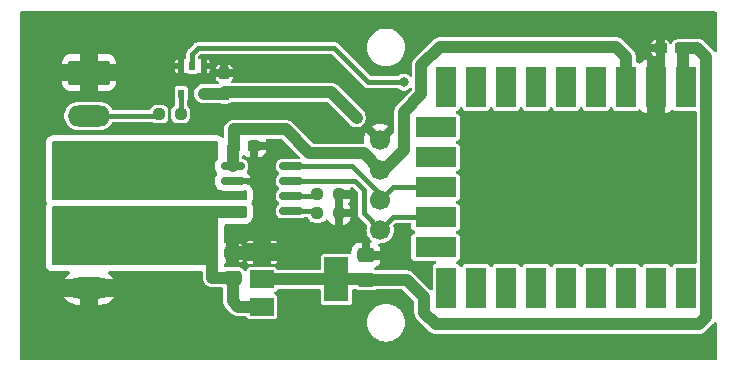
<source format=gbr>
%TF.GenerationSoftware,KiCad,Pcbnew,7.0.10*%
%TF.CreationDate,2024-02-11T00:25:42-05:00*%
%TF.ProjectId,ESP8266_Count3,45535038-3236-4365-9f43-6f756e74332e,v2*%
%TF.SameCoordinates,Original*%
%TF.FileFunction,Copper,L1,Top*%
%TF.FilePolarity,Positive*%
%FSLAX46Y46*%
G04 Gerber Fmt 4.6, Leading zero omitted, Abs format (unit mm)*
G04 Created by KiCad (PCBNEW 7.0.10) date 2024-02-11 00:25:42*
%MOMM*%
%LPD*%
G01*
G04 APERTURE LIST*
G04 Aperture macros list*
%AMRoundRect*
0 Rectangle with rounded corners*
0 $1 Rounding radius*
0 $2 $3 $4 $5 $6 $7 $8 $9 X,Y pos of 4 corners*
0 Add a 4 corners polygon primitive as box body*
4,1,4,$2,$3,$4,$5,$6,$7,$8,$9,$2,$3,0*
0 Add four circle primitives for the rounded corners*
1,1,$1+$1,$2,$3*
1,1,$1+$1,$4,$5*
1,1,$1+$1,$6,$7*
1,1,$1+$1,$8,$9*
0 Add four rect primitives between the rounded corners*
20,1,$1+$1,$2,$3,$4,$5,0*
20,1,$1+$1,$4,$5,$6,$7,0*
20,1,$1+$1,$6,$7,$8,$9,0*
20,1,$1+$1,$8,$9,$2,$3,0*%
G04 Aperture macros list end*
%TA.AperFunction,ComponentPad*%
%ADD10C,1.524000*%
%TD*%
%TA.AperFunction,SMDPad,CuDef*%
%ADD11R,1.700000X3.500000*%
%TD*%
%TA.AperFunction,SMDPad,CuDef*%
%ADD12R,3.500000X1.700000*%
%TD*%
%TA.AperFunction,SMDPad,CuDef*%
%ADD13RoundRect,0.249999X1.425001X-0.450001X1.425001X0.450001X-1.425001X0.450001X-1.425001X-0.450001X0*%
%TD*%
%TA.AperFunction,ComponentPad*%
%ADD14RoundRect,0.250000X-1.550000X0.650000X-1.550000X-0.650000X1.550000X-0.650000X1.550000X0.650000X0*%
%TD*%
%TA.AperFunction,ComponentPad*%
%ADD15O,3.600000X1.800000*%
%TD*%
%TA.AperFunction,SMDPad,CuDef*%
%ADD16RoundRect,0.237500X-0.250000X-0.237500X0.250000X-0.237500X0.250000X0.237500X-0.250000X0.237500X0*%
%TD*%
%TA.AperFunction,SMDPad,CuDef*%
%ADD17RoundRect,0.237500X-0.300000X-0.237500X0.300000X-0.237500X0.300000X0.237500X-0.300000X0.237500X0*%
%TD*%
%TA.AperFunction,SMDPad,CuDef*%
%ADD18RoundRect,0.237500X0.237500X-0.300000X0.237500X0.300000X-0.237500X0.300000X-0.237500X-0.300000X0*%
%TD*%
%TA.AperFunction,SMDPad,CuDef*%
%ADD19R,0.510000X0.700000*%
%TD*%
%TA.AperFunction,SMDPad,CuDef*%
%ADD20RoundRect,0.150000X0.825000X0.150000X-0.825000X0.150000X-0.825000X-0.150000X0.825000X-0.150000X0*%
%TD*%
%TA.AperFunction,SMDPad,CuDef*%
%ADD21RoundRect,0.250000X0.475000X-0.337500X0.475000X0.337500X-0.475000X0.337500X-0.475000X-0.337500X0*%
%TD*%
%TA.AperFunction,SMDPad,CuDef*%
%ADD22R,2.000000X1.500000*%
%TD*%
%TA.AperFunction,SMDPad,CuDef*%
%ADD23R,2.000000X3.800000*%
%TD*%
%TA.AperFunction,ComponentPad*%
%ADD24RoundRect,0.291667X-1.508333X0.758333X-1.508333X-0.758333X1.508333X-0.758333X1.508333X0.758333X0*%
%TD*%
%TA.AperFunction,ComponentPad*%
%ADD25O,3.600000X2.100000*%
%TD*%
%TA.AperFunction,ComponentPad*%
%ADD26C,1.700000*%
%TD*%
%TA.AperFunction,ViaPad*%
%ADD27C,0.800000*%
%TD*%
%TA.AperFunction,Conductor*%
%ADD28C,1.000000*%
%TD*%
%TA.AperFunction,Conductor*%
%ADD29C,0.400000*%
%TD*%
G04 APERTURE END LIST*
D10*
%TO.P,U5,1,5V*%
%TO.N,+5V*%
X155910000Y-79760000D03*
D11*
X155910000Y-78860000D03*
D10*
%TO.P,U5,2,GND*%
%TO.N,GND*%
X153370000Y-79760000D03*
D11*
X153370000Y-78860000D03*
D10*
%TO.P,U5,3,3V3*%
%TO.N,+3.3V*%
X150830000Y-79760000D03*
D11*
X150830000Y-78860000D03*
D10*
%TO.P,U5,4,GPIO29*%
%TO.N,unconnected-(U5-GPIO29-Pad4)*%
X148290000Y-79760000D03*
D11*
X148290000Y-78860000D03*
D10*
%TO.P,U5,5,GPIO28*%
%TO.N,unconnected-(U5-GPIO28-Pad5)*%
X145750000Y-79760000D03*
D11*
X145750000Y-78860000D03*
D10*
%TO.P,U5,6,GPIO27*%
%TO.N,unconnected-(U5-GPIO27-Pad6)*%
X143210000Y-79760000D03*
D11*
X143210000Y-78860000D03*
D10*
%TO.P,U5,7,GPIO26*%
%TO.N,unconnected-(U5-GPIO26-Pad7)*%
X140670000Y-79760000D03*
D11*
X140670000Y-78860000D03*
D10*
%TO.P,U5,8,GPIO15*%
%TO.N,unconnected-(U5-GPIO15-Pad8)*%
X138130000Y-79760000D03*
D11*
X138130000Y-78860000D03*
D10*
%TO.P,U5,9,GPIO14*%
%TO.N,OUT1*%
X135590000Y-79760000D03*
D11*
X135590000Y-78860000D03*
D10*
%TO.P,U5,10,GPIO13*%
%TO.N,SW1*%
X135600000Y-82300000D03*
D12*
X134700000Y-82300000D03*
D10*
%TO.P,U5,11,GPIO12*%
%TO.N,unconnected-(U5-GPIO12-Pad11)*%
X135600000Y-84840000D03*
D12*
X134700000Y-84840000D03*
D10*
%TO.P,U5,12,GPIO11*%
%TO.N,I2C_SCL*%
X135600000Y-87380000D03*
D12*
X134700000Y-87380000D03*
D10*
%TO.P,U5,13,GPIO10*%
%TO.N,I2C_SDA*%
X135600000Y-89920000D03*
D12*
X134700000Y-89920000D03*
D10*
%TO.P,U5,14,GPIO9*%
%TO.N,unconnected-(U5-GPIO9-Pad14)*%
X135600000Y-92460000D03*
D12*
X134700000Y-92460000D03*
D10*
%TO.P,U5,15,GPIO8*%
%TO.N,unconnected-(U5-GPIO8-Pad15)*%
X135590000Y-95000000D03*
D11*
X135590000Y-95900000D03*
D10*
%TO.P,U5,16,GPIO7*%
%TO.N,unconnected-(U5-GPIO7-Pad16)*%
X138130000Y-95000000D03*
D11*
X138130000Y-95900000D03*
D10*
%TO.P,U5,17,GPIO6*%
%TO.N,unconnected-(U5-GPIO6-Pad17)*%
X140670000Y-95000000D03*
D11*
X140670000Y-95900000D03*
D10*
%TO.P,U5,18,GPIO5*%
%TO.N,unconnected-(U5-GPIO5-Pad18)*%
X143210000Y-95000000D03*
D11*
X143210000Y-95900000D03*
D10*
%TO.P,U5,19,GPIO4*%
%TO.N,unconnected-(U5-GPIO4-Pad19)*%
X145750000Y-95000000D03*
D11*
X145750000Y-95900000D03*
D10*
%TO.P,U5,20,GPIO3*%
%TO.N,unconnected-(U5-GPIO3-Pad20)*%
X148290000Y-95000000D03*
D11*
X148290000Y-95900000D03*
D10*
%TO.P,U5,21,GPIO2*%
%TO.N,unconnected-(U5-GPIO2-Pad21)*%
X150830000Y-95000000D03*
D11*
X150830000Y-95900000D03*
D10*
%TO.P,U5,22,GPIO1*%
%TO.N,unconnected-(U5-GPIO1-Pad22)*%
X153370000Y-95000000D03*
D11*
X153370000Y-95900000D03*
D10*
%TO.P,U5,23,GPIO0*%
%TO.N,unconnected-(U5-GPIO0-Pad23)*%
X155910000Y-95000000D03*
D11*
X155910000Y-95900000D03*
%TD*%
D13*
%TO.P,R2,1*%
%TO.N,VIN1*%
X113000000Y-91800000D03*
%TO.P,R2,2*%
%TO.N,VOUT1*%
X113000000Y-85700000D03*
%TD*%
D14*
%TO.P,TB1,1,P1*%
%TO.N,VIN1*%
X105357500Y-92112500D03*
D15*
%TO.P,TB1,2,P2*%
%TO.N,GND*%
X105357500Y-95922500D03*
%TD*%
D16*
%TO.P,R3,1*%
%TO.N,Net-(U4-A0)*%
X124687500Y-88000000D03*
%TO.P,R3,2*%
%TO.N,GND*%
X126512500Y-88000000D03*
%TD*%
D17*
%TO.P,C6,1*%
%TO.N,GND*%
X153737500Y-75600000D03*
%TO.P,C6,2*%
%TO.N,+5V*%
X155462500Y-75600000D03*
%TD*%
D18*
%TO.P,C1,1*%
%TO.N,+5V*%
X116800000Y-79462500D03*
%TO.P,C1,2*%
%TO.N,GND*%
X116800000Y-77737500D03*
%TD*%
D19*
%TO.P,U1,1*%
%TO.N,GND*%
X115050000Y-77140000D03*
%TO.P,U1,2*%
%TO.N,OUT1*%
X114100000Y-77140000D03*
%TO.P,U1,3,GND*%
%TO.N,GND*%
X113150000Y-77140000D03*
%TO.P,U1,4*%
%TO.N,Net-(R1-Pad2)*%
X113150000Y-79460000D03*
%TO.P,U1,5,VCC*%
%TO.N,+5V*%
X115050000Y-79460000D03*
%TD*%
D20*
%TO.P,U4,1,A1*%
%TO.N,Net-(U4-A1)*%
X122475000Y-89405000D03*
%TO.P,U4,2,A0*%
%TO.N,Net-(U4-A0)*%
X122475000Y-88135000D03*
%TO.P,U4,3,SDA*%
%TO.N,I2C_SDA*%
X122475000Y-86865000D03*
%TO.P,U4,4,SCL*%
%TO.N,I2C_SCL*%
X122475000Y-85595000D03*
%TO.P,U4,5,VS*%
%TO.N,+3.3V*%
X117525000Y-85595000D03*
%TO.P,U4,6,GND*%
%TO.N,GND*%
X117525000Y-86865000D03*
%TO.P,U4,7,IN-*%
%TO.N,VOUT1*%
X117525000Y-88135000D03*
%TO.P,U4,8,IN+*%
%TO.N,VIN1*%
X117525000Y-89405000D03*
%TD*%
D21*
%TO.P,C4,1*%
%TO.N,+5V*%
X128800000Y-95237500D03*
%TO.P,C4,2*%
%TO.N,GND*%
X128800000Y-93162500D03*
%TD*%
D16*
%TO.P,R1,1*%
%TO.N,/DOUT1*%
X111287500Y-81200000D03*
%TO.P,R1,2*%
%TO.N,Net-(R1-Pad2)*%
X113112500Y-81200000D03*
%TD*%
D22*
%TO.P,U3,1,GND*%
%TO.N,GND*%
X120000000Y-92900000D03*
%TO.P,U3,2,VO*%
%TO.N,+5V*%
X120000000Y-95200000D03*
D23*
X126300000Y-95200000D03*
D22*
%TO.P,U3,3,VI*%
%TO.N,VIN1*%
X120000000Y-97500000D03*
%TD*%
D17*
%TO.P,C5,1*%
%TO.N,+3.3V*%
X117600000Y-83900000D03*
%TO.P,C5,2*%
%TO.N,GND*%
X119325000Y-83900000D03*
%TD*%
D21*
%TO.P,C3,1*%
%TO.N,VIN1*%
X117500000Y-95037500D03*
%TO.P,C3,2*%
%TO.N,GND*%
X117500000Y-92962500D03*
%TD*%
D16*
%TO.P,R4,1*%
%TO.N,Net-(U4-A1)*%
X124687500Y-89600000D03*
%TO.P,R4,2*%
%TO.N,GND*%
X126512500Y-89600000D03*
%TD*%
D24*
%TO.P,J2,1,Pin_1*%
%TO.N,GND*%
X105357500Y-77680000D03*
D15*
%TO.P,J2,2,Pin_2*%
%TO.N,/DOUT1*%
X105357500Y-81340000D03*
D25*
%TO.P,J2,3,Pin_3*%
%TO.N,VOUT1*%
X105357500Y-85000000D03*
%TD*%
D26*
%TO.P,J3,1,Pin_1*%
%TO.N,I2C_SDA*%
X130000000Y-91000000D03*
%TO.P,J3,2,Pin_2*%
%TO.N,I2C_SCL*%
X130000000Y-88500000D03*
%TO.P,J3,3,Pin_3*%
%TO.N,+3.3V*%
X130000000Y-85900000D03*
%TO.P,J3,4,Pin_4*%
%TO.N,GND*%
X130000000Y-83400000D03*
%TD*%
D27*
%TO.N,+5V*%
X128000000Y-81500000D03*
X131500000Y-95237500D03*
%TO.N,GND*%
X138100000Y-92800000D03*
X129000000Y-80000000D03*
X119900000Y-88900000D03*
X124400000Y-93900000D03*
X118000000Y-99000000D03*
X138200000Y-81900000D03*
X125800000Y-92300000D03*
X108000000Y-101000000D03*
X115900000Y-99000000D03*
X101000000Y-74000000D03*
X146000000Y-74000000D03*
X111800000Y-79500000D03*
X157000000Y-74000000D03*
X155900000Y-81900000D03*
X152000000Y-101000000D03*
X125600000Y-98000000D03*
X122200000Y-93900000D03*
X122200000Y-90700000D03*
X140000000Y-74000000D03*
X147050000Y-81900000D03*
X114200000Y-95100000D03*
X123300000Y-92900000D03*
X134000000Y-74000000D03*
X111800000Y-77100000D03*
X126500000Y-74000000D03*
X153700000Y-74200000D03*
X122000000Y-96500000D03*
X126000000Y-77500000D03*
X101000000Y-94500000D03*
X112800000Y-75400000D03*
X124400000Y-92900000D03*
X124000000Y-96500000D03*
X116000000Y-81500000D03*
X155900000Y-92800000D03*
X122000000Y-98000000D03*
X138100000Y-87400000D03*
X151450000Y-92800000D03*
X120500000Y-74000000D03*
X121200000Y-90700000D03*
X122900000Y-77400000D03*
X101000000Y-83500000D03*
X120200000Y-77400000D03*
X151475000Y-81900000D03*
X147000000Y-101000000D03*
X128200000Y-91100000D03*
X119700000Y-86900000D03*
X141000000Y-101000000D03*
X122200000Y-92900000D03*
X157500000Y-101000000D03*
X126000000Y-82000000D03*
X101000000Y-89000000D03*
X127000000Y-92300000D03*
X120100000Y-85600000D03*
X118200000Y-77700000D03*
X122200000Y-91800000D03*
X147000000Y-92800000D03*
X126900000Y-98000000D03*
X121000000Y-101000000D03*
X123000000Y-80900000D03*
X109000000Y-74000000D03*
X142625000Y-81900000D03*
X123000000Y-98000000D03*
X142550000Y-92800000D03*
X135000000Y-101000000D03*
X130600000Y-93200000D03*
X115000000Y-74000000D03*
X124000000Y-98000000D03*
X101000000Y-79700000D03*
X117500000Y-91100000D03*
X101000000Y-101000000D03*
X121300000Y-84000000D03*
X152300000Y-74200000D03*
X152300000Y-75600000D03*
X155900000Y-87500000D03*
X115900000Y-96600000D03*
X125800000Y-91100000D03*
X127000000Y-101000000D03*
X123300000Y-93900000D03*
X123000000Y-96500000D03*
X127000000Y-91100000D03*
X119600000Y-80900000D03*
X115000000Y-101000000D03*
%TO.N,VIN1*%
X113500000Y-90500000D03*
X114500000Y-90500000D03*
X112500000Y-93500000D03*
X115500000Y-92500000D03*
X115500000Y-89500000D03*
X111500000Y-93500000D03*
X113500000Y-89500000D03*
X111500000Y-90500000D03*
X112500000Y-89500000D03*
X113500000Y-93500000D03*
X110500000Y-89500000D03*
X114500000Y-89500000D03*
X114500000Y-93500000D03*
X110500000Y-93500000D03*
X115500000Y-93500000D03*
X111500000Y-89500000D03*
X115500000Y-91500000D03*
X115500000Y-90500000D03*
X110500000Y-91500000D03*
X110500000Y-90500000D03*
X112500000Y-90500000D03*
X110500000Y-92500000D03*
%TO.N,VOUT1*%
X115500000Y-86000000D03*
X115500000Y-85000000D03*
X112500000Y-84000000D03*
X111500000Y-84000000D03*
X115500000Y-84000000D03*
X115500000Y-87000000D03*
X110500000Y-85000000D03*
X112500000Y-88000000D03*
X114500000Y-84000000D03*
X110500000Y-86000000D03*
X111500000Y-88000000D03*
X113500000Y-88000000D03*
X110500000Y-88000000D03*
X110500000Y-87000000D03*
X111500000Y-87000000D03*
X115500000Y-88000000D03*
X110500000Y-84000000D03*
X114500000Y-87000000D03*
X113500000Y-84000000D03*
X113500000Y-87000000D03*
X112500000Y-87000000D03*
X114500000Y-88000000D03*
%TO.N,OUT1*%
X132000000Y-78500000D03*
%TD*%
D28*
%TO.N,+5V*%
X126300000Y-95200000D02*
X120000000Y-95200000D01*
X157600000Y-98400000D02*
X157000000Y-99000000D01*
X131500000Y-95237500D02*
X128800000Y-95237500D01*
X155462500Y-75600000D02*
X156850000Y-75600000D01*
X128762500Y-95200000D02*
X126300000Y-95200000D01*
X128000000Y-81500000D02*
X125862500Y-79362500D01*
X128800000Y-95237500D02*
X128762500Y-95200000D01*
X128837500Y-95200000D02*
X128800000Y-95237500D01*
X133700000Y-96700000D02*
X132237500Y-95237500D01*
X115050000Y-79460000D02*
X116797500Y-79460000D01*
X155600000Y-75737500D02*
X155600000Y-79450000D01*
X155600000Y-79450000D02*
X155910000Y-79760000D01*
X116797500Y-79460000D02*
X116800000Y-79462500D01*
X125862500Y-79362500D02*
X116900000Y-79362500D01*
X157000000Y-99000000D02*
X134700000Y-99000000D01*
X157600000Y-76350000D02*
X157600000Y-98400000D01*
X116900000Y-79362500D02*
X116800000Y-79462500D01*
X156850000Y-75600000D02*
X157600000Y-76350000D01*
X132237500Y-95237500D02*
X131500000Y-95237500D01*
X134700000Y-99000000D02*
X133700000Y-98000000D01*
X155462500Y-75600000D02*
X155600000Y-75737500D01*
X133700000Y-98000000D02*
X133700000Y-96700000D01*
D29*
%TO.N,GND*%
X119400000Y-86600000D02*
X119400000Y-83975000D01*
X119700000Y-86900000D02*
X119400000Y-86600000D01*
X119665000Y-86865000D02*
X119700000Y-86900000D01*
X119400000Y-83975000D02*
X119325000Y-83900000D01*
X117525000Y-86865000D02*
X119665000Y-86865000D01*
D28*
%TO.N,VIN1*%
X120000000Y-97500000D02*
X118000000Y-97500000D01*
X115800000Y-95037500D02*
X115800000Y-93800000D01*
X117500000Y-95037500D02*
X115800000Y-95037500D01*
X115800000Y-93800000D02*
X115500000Y-93500000D01*
X118000000Y-97500000D02*
X117500000Y-97000000D01*
X117500000Y-97000000D02*
X117500000Y-95037500D01*
%TO.N,+3.3V*%
X132000000Y-84200000D02*
X130300000Y-85900000D01*
X150830000Y-79760000D02*
X150830000Y-76330000D01*
X133500000Y-77073161D02*
X133500000Y-79500000D01*
X135073161Y-75500000D02*
X133500000Y-77073161D01*
X128600000Y-84500000D02*
X124000000Y-84500000D01*
X117525000Y-83975000D02*
X117600000Y-83900000D01*
X133500000Y-79500000D02*
X132000000Y-81000000D01*
X117600000Y-82500000D02*
X117600000Y-83900000D01*
X117525000Y-85595000D02*
X117525000Y-83975000D01*
X130000000Y-85900000D02*
X128600000Y-84500000D01*
X122000000Y-82500000D02*
X117600000Y-82500000D01*
X132000000Y-81000000D02*
X132000000Y-84200000D01*
X150830000Y-76330000D02*
X150000000Y-75500000D01*
X124000000Y-84500000D02*
X122000000Y-82500000D01*
X150000000Y-75500000D02*
X135073161Y-75500000D01*
X130300000Y-85900000D02*
X130000000Y-85900000D01*
D29*
%TO.N,/DOUT1*%
X111147500Y-81340000D02*
X105357500Y-81340000D01*
X111287500Y-81200000D02*
X111147500Y-81340000D01*
%TO.N,I2C_SDA*%
X128600000Y-89600000D02*
X128600000Y-87600000D01*
X128600000Y-87600000D02*
X127865000Y-86865000D01*
X131080000Y-89920000D02*
X130000000Y-91000000D01*
X130000000Y-91000000D02*
X128600000Y-89600000D01*
X127865000Y-86865000D02*
X122475000Y-86865000D01*
X135600000Y-89920000D02*
X131080000Y-89920000D01*
%TO.N,I2C_SCL*%
X135600000Y-87380000D02*
X131120000Y-87380000D01*
X127595000Y-85595000D02*
X122475000Y-85595000D01*
X130000000Y-88500000D02*
X130000000Y-88000000D01*
X130000000Y-88000000D02*
X127595000Y-85595000D01*
X131120000Y-87380000D02*
X130000000Y-88500000D01*
%TO.N,Net-(R1-Pad2)*%
X113150000Y-81162500D02*
X113112500Y-81200000D01*
X113150000Y-79460000D02*
X113150000Y-81162500D01*
%TO.N,Net-(U4-A0)*%
X122475000Y-88135000D02*
X124552500Y-88135000D01*
X124552500Y-88135000D02*
X124687500Y-88000000D01*
%TO.N,Net-(U4-A1)*%
X124492500Y-89405000D02*
X124687500Y-89600000D01*
X122475000Y-89405000D02*
X124492500Y-89405000D01*
%TO.N,OUT1*%
X126100000Y-75600000D02*
X114600000Y-75600000D01*
X114600000Y-75600000D02*
X114100000Y-76100000D01*
X132000000Y-78500000D02*
X129000000Y-78500000D01*
X129000000Y-78500000D02*
X126100000Y-75600000D01*
X114100000Y-76100000D02*
X114100000Y-77140000D01*
%TD*%
%TA.AperFunction,Conductor*%
%TO.N,VOUT1*%
G36*
X116243039Y-83519685D02*
G01*
X116288794Y-83572489D01*
X116300000Y-83624000D01*
X116300000Y-84873691D01*
X116280315Y-84940730D01*
X116263681Y-84961372D01*
X116181923Y-85043129D01*
X116181917Y-85043137D01*
X116098255Y-85184603D01*
X116098254Y-85184606D01*
X116052402Y-85342426D01*
X116052401Y-85342432D01*
X116049500Y-85379298D01*
X116049500Y-85810701D01*
X116052401Y-85847567D01*
X116052402Y-85847573D01*
X116098254Y-86005393D01*
X116098255Y-86005396D01*
X116181917Y-86146862D01*
X116186702Y-86153031D01*
X116184256Y-86154927D01*
X116210857Y-86203642D01*
X116205873Y-86273334D01*
X116185069Y-86305703D01*
X116186702Y-86306969D01*
X116181917Y-86313137D01*
X116098255Y-86454603D01*
X116098254Y-86454606D01*
X116052402Y-86612426D01*
X116052401Y-86612432D01*
X116049500Y-86649298D01*
X116049500Y-87080701D01*
X116052401Y-87117567D01*
X116052402Y-87117573D01*
X116098254Y-87275393D01*
X116098255Y-87275396D01*
X116098256Y-87275398D01*
X116181919Y-87416865D01*
X116263682Y-87498628D01*
X116297166Y-87559949D01*
X116300000Y-87586308D01*
X116300000Y-87600000D01*
X116377367Y-87600000D01*
X116431896Y-87614916D01*
X116432446Y-87613647D01*
X116439597Y-87616741D01*
X116439602Y-87616744D01*
X116481224Y-87628836D01*
X116597426Y-87662597D01*
X116597429Y-87662597D01*
X116597431Y-87662598D01*
X116634306Y-87665500D01*
X116634314Y-87665500D01*
X118415686Y-87665500D01*
X118415694Y-87665500D01*
X118452569Y-87662598D01*
X118452571Y-87662597D01*
X118452573Y-87662597D01*
X118541405Y-87636789D01*
X118611274Y-87636988D01*
X118669944Y-87674930D01*
X118698788Y-87738568D01*
X118700000Y-87755865D01*
X118700000Y-88376000D01*
X118680315Y-88443039D01*
X118627511Y-88488794D01*
X118576000Y-88500000D01*
X102324000Y-88500000D01*
X102256961Y-88480315D01*
X102211206Y-88427511D01*
X102200000Y-88376000D01*
X102200000Y-83624000D01*
X102219685Y-83556961D01*
X102272489Y-83511206D01*
X102324000Y-83500000D01*
X116176000Y-83500000D01*
X116243039Y-83519685D01*
G37*
%TD.AperFunction*%
%TD*%
%TA.AperFunction,Conductor*%
%TO.N,GND*%
G36*
X158442539Y-72520185D02*
G01*
X158488294Y-72572989D01*
X158499500Y-72624500D01*
X158499500Y-75839663D01*
X158479815Y-75906702D01*
X158427011Y-75952457D01*
X158357853Y-75962401D01*
X158294297Y-75933376D01*
X158278554Y-75916977D01*
X158258225Y-75891486D01*
X158250186Y-75880157D01*
X158229816Y-75847738D01*
X158102262Y-75720184D01*
X157384252Y-75002174D01*
X157352262Y-74970184D01*
X157352259Y-74970182D01*
X157319849Y-74949817D01*
X157308510Y-74941771D01*
X157278589Y-74917910D01*
X157244093Y-74901296D01*
X157231927Y-74894572D01*
X157199524Y-74874212D01*
X157199525Y-74874212D01*
X157188005Y-74870181D01*
X157163393Y-74861568D01*
X157150554Y-74856250D01*
X157116061Y-74839639D01*
X157078735Y-74831119D01*
X157065380Y-74827271D01*
X157029260Y-74814633D01*
X157029256Y-74814632D01*
X157029255Y-74814632D01*
X157011139Y-74812590D01*
X156991217Y-74810345D01*
X156977518Y-74808017D01*
X156940200Y-74799501D01*
X156940196Y-74799500D01*
X156940194Y-74799500D01*
X156894954Y-74799500D01*
X155552694Y-74799500D01*
X155372306Y-74799500D01*
X155364834Y-74801205D01*
X155334978Y-74808018D01*
X155321281Y-74810345D01*
X155283243Y-74814632D01*
X155247122Y-74827271D01*
X155233769Y-74831118D01*
X155196439Y-74839639D01*
X155161952Y-74856247D01*
X155149114Y-74861565D01*
X155124017Y-74870348D01*
X155096314Y-74876597D01*
X155057700Y-74880748D01*
X154926219Y-74929789D01*
X154813884Y-75013884D01*
X154738314Y-75114833D01*
X154729788Y-75126222D01*
X154726344Y-75135457D01*
X154715913Y-75163421D01*
X154674040Y-75219353D01*
X154608574Y-75243768D01*
X154540302Y-75228914D01*
X154490898Y-75179508D01*
X154483550Y-75163416D01*
X154469768Y-75126465D01*
X154469767Y-75126463D01*
X154385758Y-75014241D01*
X154273537Y-74930232D01*
X154142186Y-74881241D01*
X154142187Y-74881241D01*
X154087500Y-74875361D01*
X154087500Y-76345272D01*
X154095582Y-76358356D01*
X154100000Y-76391162D01*
X154100000Y-77013566D01*
X154117166Y-77045004D01*
X154120000Y-77071362D01*
X154120000Y-81110000D01*
X154267828Y-81110000D01*
X154267844Y-81109999D01*
X154327372Y-81103598D01*
X154327379Y-81103596D01*
X154462086Y-81053354D01*
X154462093Y-81053350D01*
X154577187Y-80967190D01*
X154577190Y-80967187D01*
X154668669Y-80844989D01*
X154671548Y-80847144D01*
X154708777Y-80809852D01*
X154777037Y-80794940D01*
X154842523Y-80819300D01*
X154855980Y-80830951D01*
X154887235Y-80862206D01*
X154990009Y-80907585D01*
X155015135Y-80910500D01*
X156675500Y-80910499D01*
X156742539Y-80930184D01*
X156788294Y-80982987D01*
X156799500Y-81034499D01*
X156799500Y-93725500D01*
X156779815Y-93792539D01*
X156727011Y-93838294D01*
X156675500Y-93849500D01*
X155015143Y-93849500D01*
X155015117Y-93849502D01*
X154990012Y-93852413D01*
X154990008Y-93852415D01*
X154887235Y-93897793D01*
X154807794Y-93977234D01*
X154762415Y-94080006D01*
X154759967Y-94089007D01*
X154756934Y-94088181D01*
X154735885Y-94137801D01*
X154678156Y-94177159D01*
X154608312Y-94179058D01*
X154548529Y-94142895D01*
X154521882Y-94088510D01*
X154520035Y-94089013D01*
X154517585Y-94080013D01*
X154517585Y-94080009D01*
X154472206Y-93977235D01*
X154392765Y-93897794D01*
X154343427Y-93876009D01*
X154289992Y-93852415D01*
X154264865Y-93849500D01*
X152475143Y-93849500D01*
X152475117Y-93849502D01*
X152450012Y-93852413D01*
X152450008Y-93852415D01*
X152347235Y-93897793D01*
X152267794Y-93977234D01*
X152222415Y-94080006D01*
X152219967Y-94089007D01*
X152216934Y-94088181D01*
X152195885Y-94137801D01*
X152138156Y-94177159D01*
X152068312Y-94179058D01*
X152008529Y-94142895D01*
X151981882Y-94088510D01*
X151980035Y-94089013D01*
X151977585Y-94080013D01*
X151977585Y-94080009D01*
X151932206Y-93977235D01*
X151852765Y-93897794D01*
X151803427Y-93876009D01*
X151749992Y-93852415D01*
X151724865Y-93849500D01*
X149935143Y-93849500D01*
X149935117Y-93849502D01*
X149910012Y-93852413D01*
X149910008Y-93852415D01*
X149807235Y-93897793D01*
X149727794Y-93977234D01*
X149682415Y-94080006D01*
X149679967Y-94089007D01*
X149676934Y-94088181D01*
X149655885Y-94137801D01*
X149598156Y-94177159D01*
X149528312Y-94179058D01*
X149468529Y-94142895D01*
X149441882Y-94088510D01*
X149440035Y-94089013D01*
X149437585Y-94080013D01*
X149437585Y-94080009D01*
X149392206Y-93977235D01*
X149312765Y-93897794D01*
X149263427Y-93876009D01*
X149209992Y-93852415D01*
X149184865Y-93849500D01*
X147395143Y-93849500D01*
X147395117Y-93849502D01*
X147370012Y-93852413D01*
X147370008Y-93852415D01*
X147267235Y-93897793D01*
X147187794Y-93977234D01*
X147142415Y-94080006D01*
X147139967Y-94089007D01*
X147136934Y-94088181D01*
X147115885Y-94137801D01*
X147058156Y-94177159D01*
X146988312Y-94179058D01*
X146928529Y-94142895D01*
X146901882Y-94088510D01*
X146900035Y-94089013D01*
X146897585Y-94080013D01*
X146897585Y-94080009D01*
X146852206Y-93977235D01*
X146772765Y-93897794D01*
X146723427Y-93876009D01*
X146669992Y-93852415D01*
X146644865Y-93849500D01*
X144855143Y-93849500D01*
X144855117Y-93849502D01*
X144830012Y-93852413D01*
X144830008Y-93852415D01*
X144727235Y-93897793D01*
X144647794Y-93977234D01*
X144602415Y-94080006D01*
X144599967Y-94089007D01*
X144596934Y-94088181D01*
X144575885Y-94137801D01*
X144518156Y-94177159D01*
X144448312Y-94179058D01*
X144388529Y-94142895D01*
X144361882Y-94088510D01*
X144360035Y-94089013D01*
X144357585Y-94080013D01*
X144357585Y-94080009D01*
X144312206Y-93977235D01*
X144232765Y-93897794D01*
X144183427Y-93876009D01*
X144129992Y-93852415D01*
X144104865Y-93849500D01*
X142315143Y-93849500D01*
X142315117Y-93849502D01*
X142290012Y-93852413D01*
X142290008Y-93852415D01*
X142187235Y-93897793D01*
X142107794Y-93977234D01*
X142062415Y-94080006D01*
X142059967Y-94089007D01*
X142056934Y-94088181D01*
X142035885Y-94137801D01*
X141978156Y-94177159D01*
X141908312Y-94179058D01*
X141848529Y-94142895D01*
X141821882Y-94088510D01*
X141820035Y-94089013D01*
X141817585Y-94080013D01*
X141817585Y-94080009D01*
X141772206Y-93977235D01*
X141692765Y-93897794D01*
X141643427Y-93876009D01*
X141589992Y-93852415D01*
X141564865Y-93849500D01*
X139775143Y-93849500D01*
X139775117Y-93849502D01*
X139750012Y-93852413D01*
X139750008Y-93852415D01*
X139647235Y-93897793D01*
X139567794Y-93977234D01*
X139522415Y-94080006D01*
X139519967Y-94089007D01*
X139516934Y-94088181D01*
X139495885Y-94137801D01*
X139438156Y-94177159D01*
X139368312Y-94179058D01*
X139308529Y-94142895D01*
X139281882Y-94088510D01*
X139280035Y-94089013D01*
X139277585Y-94080013D01*
X139277585Y-94080009D01*
X139232206Y-93977235D01*
X139152765Y-93897794D01*
X139103427Y-93876009D01*
X139049992Y-93852415D01*
X139024865Y-93849500D01*
X137235143Y-93849500D01*
X137235117Y-93849502D01*
X137210012Y-93852413D01*
X137210008Y-93852415D01*
X137107235Y-93897793D01*
X137027794Y-93977234D01*
X136982415Y-94080006D01*
X136979967Y-94089007D01*
X136976934Y-94088181D01*
X136955885Y-94137801D01*
X136898156Y-94177159D01*
X136828312Y-94179058D01*
X136768529Y-94142895D01*
X136741882Y-94088510D01*
X136740035Y-94089013D01*
X136737585Y-94080013D01*
X136737585Y-94080009D01*
X136692206Y-93977235D01*
X136612765Y-93897794D01*
X136563406Y-93876000D01*
X136509989Y-93852414D01*
X136502352Y-93850336D01*
X136442832Y-93813741D01*
X136412545Y-93750777D01*
X136421108Y-93681434D01*
X136465801Y-93627728D01*
X136511241Y-93610972D01*
X136510987Y-93610035D01*
X136519984Y-93607585D01*
X136519991Y-93607585D01*
X136622765Y-93562206D01*
X136702206Y-93482765D01*
X136747585Y-93379991D01*
X136750500Y-93354865D01*
X136750499Y-91565136D01*
X136750497Y-91565117D01*
X136747586Y-91540012D01*
X136747585Y-91540010D01*
X136747585Y-91540009D01*
X136702206Y-91437235D01*
X136622765Y-91357794D01*
X136622763Y-91357793D01*
X136519993Y-91312415D01*
X136510993Y-91309967D01*
X136511817Y-91306934D01*
X136462202Y-91285889D01*
X136422842Y-91228161D01*
X136420940Y-91158317D01*
X136457100Y-91098532D01*
X136511489Y-91071880D01*
X136510987Y-91070035D01*
X136519984Y-91067585D01*
X136519991Y-91067585D01*
X136622765Y-91022206D01*
X136702206Y-90942765D01*
X136747585Y-90839991D01*
X136750500Y-90814865D01*
X136750499Y-89025136D01*
X136750497Y-89025117D01*
X136747586Y-89000012D01*
X136747585Y-89000010D01*
X136747585Y-89000009D01*
X136702206Y-88897235D01*
X136622765Y-88817794D01*
X136614458Y-88814126D01*
X136519993Y-88772415D01*
X136510993Y-88769967D01*
X136511817Y-88766934D01*
X136462202Y-88745889D01*
X136422842Y-88688161D01*
X136420940Y-88618317D01*
X136457100Y-88558532D01*
X136511489Y-88531880D01*
X136510987Y-88530035D01*
X136519984Y-88527585D01*
X136519991Y-88527585D01*
X136622765Y-88482206D01*
X136702206Y-88402765D01*
X136747585Y-88299991D01*
X136750500Y-88274865D01*
X136750499Y-86485136D01*
X136750497Y-86485117D01*
X136747586Y-86460012D01*
X136747585Y-86460010D01*
X136747585Y-86460009D01*
X136702206Y-86357235D01*
X136622765Y-86277794D01*
X136592657Y-86264500D01*
X136519993Y-86232415D01*
X136510993Y-86229967D01*
X136511817Y-86226934D01*
X136462202Y-86205889D01*
X136422842Y-86148161D01*
X136420940Y-86078317D01*
X136457100Y-86018532D01*
X136511489Y-85991880D01*
X136510987Y-85990035D01*
X136519984Y-85987585D01*
X136519991Y-85987585D01*
X136622765Y-85942206D01*
X136702206Y-85862765D01*
X136747585Y-85759991D01*
X136750500Y-85734865D01*
X136750499Y-83945136D01*
X136750497Y-83945117D01*
X136747586Y-83920012D01*
X136747585Y-83920010D01*
X136747585Y-83920009D01*
X136702206Y-83817235D01*
X136622765Y-83737794D01*
X136599499Y-83727521D01*
X136519993Y-83692415D01*
X136510993Y-83689967D01*
X136511817Y-83686934D01*
X136462202Y-83665889D01*
X136422842Y-83608161D01*
X136420940Y-83538317D01*
X136457100Y-83478532D01*
X136511489Y-83451880D01*
X136510987Y-83450035D01*
X136519984Y-83447585D01*
X136519991Y-83447585D01*
X136622765Y-83402206D01*
X136702206Y-83322765D01*
X136747585Y-83219991D01*
X136750500Y-83194865D01*
X136750499Y-81405136D01*
X136750497Y-81405117D01*
X136747586Y-81380012D01*
X136747585Y-81380010D01*
X136747585Y-81380009D01*
X136702206Y-81277235D01*
X136622765Y-81197794D01*
X136519993Y-81152415D01*
X136510993Y-81149967D01*
X136511373Y-81148569D01*
X136456285Y-81125202D01*
X136416924Y-81067474D01*
X136415022Y-80997630D01*
X136451182Y-80937846D01*
X136502357Y-80909661D01*
X136509980Y-80907586D01*
X136509991Y-80907585D01*
X136612765Y-80862206D01*
X136692206Y-80782765D01*
X136737585Y-80679991D01*
X136737585Y-80679988D01*
X136740033Y-80670993D01*
X136743071Y-80671819D01*
X136764082Y-80622237D01*
X136821795Y-80582856D01*
X136891639Y-80580928D01*
X136951436Y-80617067D01*
X136978126Y-80671487D01*
X136979965Y-80670987D01*
X136982415Y-80679991D01*
X137027793Y-80782764D01*
X137027794Y-80782765D01*
X137107235Y-80862206D01*
X137210009Y-80907585D01*
X137235135Y-80910500D01*
X139024864Y-80910499D01*
X139024879Y-80910497D01*
X139024882Y-80910497D01*
X139049987Y-80907586D01*
X139049988Y-80907585D01*
X139049991Y-80907585D01*
X139152765Y-80862206D01*
X139232206Y-80782765D01*
X139277585Y-80679991D01*
X139277585Y-80679988D01*
X139280033Y-80670993D01*
X139283071Y-80671819D01*
X139304082Y-80622237D01*
X139361795Y-80582856D01*
X139431639Y-80580928D01*
X139491436Y-80617067D01*
X139518126Y-80671487D01*
X139519965Y-80670987D01*
X139522415Y-80679991D01*
X139567793Y-80782764D01*
X139567794Y-80782765D01*
X139647235Y-80862206D01*
X139750009Y-80907585D01*
X139775135Y-80910500D01*
X141564864Y-80910499D01*
X141564879Y-80910497D01*
X141564882Y-80910497D01*
X141589987Y-80907586D01*
X141589988Y-80907585D01*
X141589991Y-80907585D01*
X141692765Y-80862206D01*
X141772206Y-80782765D01*
X141817585Y-80679991D01*
X141817585Y-80679988D01*
X141820033Y-80670993D01*
X141823071Y-80671819D01*
X141844082Y-80622237D01*
X141901795Y-80582856D01*
X141971639Y-80580928D01*
X142031436Y-80617067D01*
X142058126Y-80671487D01*
X142059965Y-80670987D01*
X142062415Y-80679991D01*
X142107793Y-80782764D01*
X142107794Y-80782765D01*
X142187235Y-80862206D01*
X142290009Y-80907585D01*
X142315135Y-80910500D01*
X144104864Y-80910499D01*
X144104879Y-80910497D01*
X144104882Y-80910497D01*
X144129987Y-80907586D01*
X144129988Y-80907585D01*
X144129991Y-80907585D01*
X144232765Y-80862206D01*
X144312206Y-80782765D01*
X144357585Y-80679991D01*
X144357585Y-80679988D01*
X144360033Y-80670993D01*
X144363071Y-80671819D01*
X144384082Y-80622237D01*
X144441795Y-80582856D01*
X144511639Y-80580928D01*
X144571436Y-80617067D01*
X144598126Y-80671487D01*
X144599965Y-80670987D01*
X144602415Y-80679991D01*
X144647793Y-80782764D01*
X144647794Y-80782765D01*
X144727235Y-80862206D01*
X144830009Y-80907585D01*
X144855135Y-80910500D01*
X146644864Y-80910499D01*
X146644879Y-80910497D01*
X146644882Y-80910497D01*
X146669987Y-80907586D01*
X146669988Y-80907585D01*
X146669991Y-80907585D01*
X146772765Y-80862206D01*
X146852206Y-80782765D01*
X146897585Y-80679991D01*
X146897585Y-80679988D01*
X146900033Y-80670993D01*
X146903071Y-80671819D01*
X146924082Y-80622237D01*
X146981795Y-80582856D01*
X147051639Y-80580928D01*
X147111436Y-80617067D01*
X147138126Y-80671487D01*
X147139965Y-80670987D01*
X147142415Y-80679991D01*
X147187793Y-80782764D01*
X147187794Y-80782765D01*
X147267235Y-80862206D01*
X147370009Y-80907585D01*
X147395135Y-80910500D01*
X149184864Y-80910499D01*
X149184879Y-80910497D01*
X149184882Y-80910497D01*
X149209987Y-80907586D01*
X149209988Y-80907585D01*
X149209991Y-80907585D01*
X149312765Y-80862206D01*
X149392206Y-80782765D01*
X149437585Y-80679991D01*
X149437585Y-80679988D01*
X149440033Y-80670993D01*
X149443071Y-80671819D01*
X149464082Y-80622237D01*
X149521795Y-80582856D01*
X149591639Y-80580928D01*
X149651436Y-80617067D01*
X149678126Y-80671487D01*
X149679965Y-80670987D01*
X149682415Y-80679991D01*
X149727793Y-80782764D01*
X149727794Y-80782765D01*
X149807235Y-80862206D01*
X149910009Y-80907585D01*
X149935135Y-80910500D01*
X151724864Y-80910499D01*
X151724879Y-80910497D01*
X151724882Y-80910497D01*
X151749987Y-80907586D01*
X151749988Y-80907585D01*
X151749991Y-80907585D01*
X151852765Y-80862206D01*
X151884020Y-80830950D01*
X151945340Y-80797466D01*
X152015032Y-80802450D01*
X152070966Y-80844320D01*
X152071791Y-80845604D01*
X152162809Y-80967187D01*
X152162812Y-80967190D01*
X152277906Y-81053350D01*
X152277913Y-81053354D01*
X152412620Y-81103596D01*
X152412627Y-81103598D01*
X152472155Y-81109999D01*
X152472172Y-81110000D01*
X152620000Y-81110000D01*
X152620000Y-79791898D01*
X152985051Y-79791898D01*
X153016266Y-79915162D01*
X153085813Y-80021612D01*
X153186157Y-80099713D01*
X153306422Y-80141000D01*
X153401569Y-80141000D01*
X153495421Y-80125339D01*
X153607251Y-80064820D01*
X153693371Y-79971269D01*
X153744448Y-79854823D01*
X153754949Y-79728102D01*
X153723734Y-79604838D01*
X153654187Y-79498388D01*
X153553843Y-79420287D01*
X153433578Y-79379000D01*
X153338431Y-79379000D01*
X153244579Y-79394661D01*
X153132749Y-79455180D01*
X153046629Y-79548731D01*
X152995552Y-79665177D01*
X152985051Y-79791898D01*
X152620000Y-79791898D01*
X152620000Y-76610000D01*
X152472155Y-76610000D01*
X152412627Y-76616401D01*
X152412620Y-76616403D01*
X152277913Y-76666645D01*
X152277906Y-76666649D01*
X152162812Y-76752809D01*
X152162809Y-76752812D01*
X152071331Y-76875011D01*
X152068475Y-76872873D01*
X152031028Y-76910253D01*
X151962741Y-76925043D01*
X151897299Y-76900566D01*
X151884019Y-76889048D01*
X151852765Y-76857794D01*
X151749992Y-76812415D01*
X151740208Y-76811280D01*
X151675884Y-76783999D01*
X151636520Y-76726273D01*
X151630500Y-76688106D01*
X151630500Y-76239807D01*
X151630500Y-76239806D01*
X151621980Y-76202479D01*
X151619654Y-76188790D01*
X151615368Y-76150745D01*
X151615367Y-76150742D01*
X151602725Y-76114612D01*
X151598876Y-76101249D01*
X151590361Y-76063941D01*
X151581774Y-76046110D01*
X151573750Y-76029450D01*
X151568431Y-76016606D01*
X151562620Y-76000000D01*
X151555789Y-75980478D01*
X151538182Y-75952457D01*
X151536638Y-75950000D01*
X152959156Y-75950000D01*
X153005233Y-76073538D01*
X153089241Y-76185758D01*
X153201463Y-76269767D01*
X153201466Y-76269768D01*
X153332806Y-76318757D01*
X153387499Y-76324637D01*
X153387500Y-76324637D01*
X153387500Y-75950000D01*
X152959156Y-75950000D01*
X151536638Y-75950000D01*
X151535424Y-75948067D01*
X151528696Y-75935894D01*
X151527483Y-75933376D01*
X151524575Y-75927337D01*
X151512091Y-75901412D01*
X151512090Y-75901411D01*
X151488225Y-75871486D01*
X151480186Y-75860157D01*
X151459816Y-75827738D01*
X151332262Y-75700184D01*
X150882078Y-75250000D01*
X152959156Y-75250000D01*
X153387500Y-75250000D01*
X153387500Y-74875361D01*
X153332812Y-74881241D01*
X153201462Y-74930232D01*
X153089241Y-75014241D01*
X153005233Y-75126461D01*
X152959156Y-75250000D01*
X150882078Y-75250000D01*
X150534252Y-74902174D01*
X150534251Y-74902173D01*
X150502262Y-74870184D01*
X150484891Y-74859269D01*
X150469849Y-74849817D01*
X150458510Y-74841771D01*
X150428589Y-74817910D01*
X150394093Y-74801296D01*
X150381927Y-74794572D01*
X150349524Y-74774212D01*
X150349525Y-74774212D01*
X150342652Y-74771807D01*
X150313393Y-74761568D01*
X150300554Y-74756250D01*
X150266061Y-74739639D01*
X150228735Y-74731119D01*
X150215380Y-74727271D01*
X150179260Y-74714633D01*
X150179256Y-74714632D01*
X150179255Y-74714632D01*
X150161139Y-74712590D01*
X150141217Y-74710345D01*
X150127518Y-74708017D01*
X150090200Y-74699501D01*
X150090196Y-74699500D01*
X150090194Y-74699500D01*
X150044954Y-74699500D01*
X135163356Y-74699500D01*
X134982967Y-74699500D01*
X134975495Y-74701205D01*
X134945639Y-74708018D01*
X134931942Y-74710345D01*
X134893904Y-74714632D01*
X134857782Y-74727271D01*
X134844430Y-74731118D01*
X134810260Y-74738918D01*
X134807105Y-74739639D01*
X134807096Y-74739641D01*
X134772601Y-74756251D01*
X134759766Y-74761568D01*
X134723641Y-74774210D01*
X134723637Y-74774212D01*
X134691228Y-74794575D01*
X134679064Y-74801297D01*
X134644578Y-74817905D01*
X134614643Y-74841777D01*
X134603306Y-74849820D01*
X134570902Y-74870181D01*
X134570900Y-74870182D01*
X132870186Y-76570896D01*
X132870183Y-76570900D01*
X132849816Y-76603313D01*
X132841772Y-76614649D01*
X132817910Y-76644571D01*
X132801300Y-76679061D01*
X132794577Y-76691225D01*
X132774212Y-76723637D01*
X132774208Y-76723644D01*
X132761565Y-76759774D01*
X132756247Y-76772613D01*
X132739639Y-76807100D01*
X132731118Y-76844430D01*
X132727271Y-76857783D01*
X132714632Y-76893904D01*
X132710345Y-76931942D01*
X132708018Y-76945639D01*
X132699500Y-76982968D01*
X132699500Y-77908328D01*
X132679815Y-77975367D01*
X132627011Y-78021122D01*
X132557853Y-78031066D01*
X132494297Y-78002041D01*
X132493317Y-78001183D01*
X132400852Y-77919266D01*
X132400849Y-77919263D01*
X132250226Y-77840210D01*
X132085056Y-77799500D01*
X131914944Y-77799500D01*
X131749773Y-77840210D01*
X131599150Y-77919264D01*
X131543782Y-77968316D01*
X131480549Y-77998037D01*
X131461555Y-77999500D01*
X129258675Y-77999500D01*
X129191636Y-77979815D01*
X129170994Y-77963181D01*
X126757814Y-75550000D01*
X128894551Y-75550000D01*
X128914317Y-75801151D01*
X128973126Y-76046110D01*
X129069533Y-76278859D01*
X129201160Y-76493653D01*
X129201161Y-76493656D01*
X129240743Y-76540000D01*
X129364776Y-76685224D01*
X129507474Y-76807100D01*
X129556343Y-76848838D01*
X129556346Y-76848839D01*
X129771140Y-76980466D01*
X129975551Y-77065135D01*
X130003889Y-77076873D01*
X130248852Y-77135683D01*
X130437118Y-77150500D01*
X130437126Y-77150500D01*
X130562874Y-77150500D01*
X130562882Y-77150500D01*
X130751148Y-77135683D01*
X130996111Y-77076873D01*
X131228859Y-76980466D01*
X131443659Y-76848836D01*
X131635224Y-76685224D01*
X131798836Y-76493659D01*
X131930466Y-76278859D01*
X132026873Y-76046111D01*
X132085683Y-75801148D01*
X132105449Y-75550000D01*
X132085683Y-75298852D01*
X132026873Y-75053889D01*
X132010450Y-75014241D01*
X131930466Y-74821140D01*
X131798839Y-74606346D01*
X131798838Y-74606343D01*
X131761875Y-74563066D01*
X131635224Y-74414776D01*
X131508571Y-74306604D01*
X131443656Y-74251161D01*
X131443653Y-74251160D01*
X131228859Y-74119533D01*
X130996110Y-74023126D01*
X130751151Y-73964317D01*
X130562887Y-73949500D01*
X130562882Y-73949500D01*
X130437118Y-73949500D01*
X130437112Y-73949500D01*
X130248848Y-73964317D01*
X130003889Y-74023126D01*
X129771140Y-74119533D01*
X129556346Y-74251160D01*
X129556343Y-74251161D01*
X129364776Y-74414776D01*
X129201161Y-74606343D01*
X129201160Y-74606346D01*
X129069533Y-74821140D01*
X128973126Y-75053889D01*
X128914317Y-75298848D01*
X128894551Y-75550000D01*
X126757814Y-75550000D01*
X126501385Y-75293571D01*
X126484750Y-75272928D01*
X126482145Y-75268874D01*
X126482143Y-75268872D01*
X126444614Y-75236353D01*
X126438143Y-75230329D01*
X126428593Y-75220779D01*
X126417785Y-75212688D01*
X126410904Y-75207144D01*
X126373373Y-75174623D01*
X126373372Y-75174622D01*
X126373367Y-75174619D01*
X126368983Y-75172617D01*
X126346194Y-75159096D01*
X126342331Y-75156204D01*
X126342329Y-75156203D01*
X126295790Y-75138845D01*
X126287622Y-75135461D01*
X126242457Y-75114835D01*
X126242455Y-75114834D01*
X126237682Y-75114148D01*
X126212000Y-75107593D01*
X126207486Y-75105909D01*
X126157946Y-75102365D01*
X126149159Y-75101420D01*
X126135799Y-75099500D01*
X126135797Y-75099500D01*
X126122308Y-75099500D01*
X126113461Y-75099184D01*
X126063929Y-75095641D01*
X126063925Y-75095641D01*
X126059215Y-75096666D01*
X126032857Y-75099500D01*
X114667143Y-75099500D01*
X114640785Y-75096666D01*
X114636074Y-75095641D01*
X114636070Y-75095641D01*
X114586539Y-75099184D01*
X114577692Y-75099500D01*
X114564200Y-75099500D01*
X114558063Y-75100382D01*
X114550840Y-75101420D01*
X114542054Y-75102365D01*
X114492516Y-75105909D01*
X114492513Y-75105910D01*
X114487986Y-75107598D01*
X114462327Y-75114146D01*
X114457550Y-75114833D01*
X114457543Y-75114835D01*
X114412365Y-75135466D01*
X114404191Y-75138851D01*
X114357675Y-75156200D01*
X114357664Y-75156206D01*
X114353799Y-75159100D01*
X114331020Y-75172615D01*
X114326636Y-75174617D01*
X114326625Y-75174624D01*
X114289108Y-75207132D01*
X114282226Y-75212678D01*
X114271403Y-75220780D01*
X114261854Y-75230329D01*
X114255384Y-75236353D01*
X114217861Y-75268867D01*
X114217854Y-75268876D01*
X114215243Y-75272938D01*
X114198616Y-75293568D01*
X113793568Y-75698616D01*
X113772938Y-75715243D01*
X113768876Y-75717854D01*
X113768867Y-75717861D01*
X113736353Y-75755384D01*
X113730329Y-75761854D01*
X113720780Y-75771403D01*
X113712678Y-75782226D01*
X113707132Y-75789108D01*
X113674624Y-75826625D01*
X113674617Y-75826636D01*
X113672615Y-75831020D01*
X113659100Y-75853799D01*
X113656206Y-75857664D01*
X113656200Y-75857675D01*
X113638851Y-75904191D01*
X113635466Y-75912365D01*
X113614835Y-75957543D01*
X113614833Y-75957550D01*
X113614146Y-75962327D01*
X113607598Y-75987986D01*
X113605910Y-75992513D01*
X113605909Y-75992516D01*
X113602365Y-76042054D01*
X113601420Y-76050845D01*
X113599500Y-76064200D01*
X113599500Y-76077690D01*
X113599184Y-76086537D01*
X113595641Y-76136069D01*
X113595641Y-76136073D01*
X113596666Y-76140785D01*
X113599500Y-76167143D01*
X113599500Y-76422695D01*
X113579815Y-76489734D01*
X113527011Y-76535489D01*
X113457853Y-76545433D01*
X113451312Y-76544313D01*
X113429626Y-76540000D01*
X113405000Y-76540000D01*
X113405000Y-77740000D01*
X113429626Y-77740000D01*
X113429628Y-77739999D01*
X113502540Y-77725496D01*
X113502541Y-77725496D01*
X113509634Y-77720757D01*
X113576311Y-77699879D01*
X113643692Y-77718363D01*
X113666207Y-77736178D01*
X113672235Y-77742206D01*
X113775009Y-77787585D01*
X113800135Y-77790500D01*
X114399864Y-77790499D01*
X114399879Y-77790497D01*
X114399882Y-77790497D01*
X114424987Y-77787586D01*
X114424988Y-77787585D01*
X114424991Y-77787585D01*
X114527765Y-77742206D01*
X114533791Y-77736179D01*
X114595111Y-77702694D01*
X114664802Y-77707676D01*
X114690362Y-77720756D01*
X114697453Y-77725493D01*
X114697459Y-77725496D01*
X114770371Y-77739999D01*
X114770374Y-77740000D01*
X114795000Y-77740000D01*
X114795000Y-77395000D01*
X115305000Y-77395000D01*
X115305000Y-77740000D01*
X115329626Y-77740000D01*
X115329628Y-77739999D01*
X115402540Y-77725496D01*
X115402544Y-77725494D01*
X115485239Y-77670239D01*
X115540494Y-77587544D01*
X115540496Y-77587540D01*
X115554999Y-77514628D01*
X115555000Y-77514626D01*
X115555000Y-77395000D01*
X115305000Y-77395000D01*
X114795000Y-77395000D01*
X114795000Y-77387500D01*
X116075361Y-77387500D01*
X116450000Y-77387500D01*
X116450000Y-76959154D01*
X117150000Y-76959154D01*
X117150000Y-77387500D01*
X117524638Y-77387500D01*
X117518758Y-77332812D01*
X117469767Y-77201462D01*
X117385758Y-77089241D01*
X117273536Y-77005232D01*
X117273533Y-77005231D01*
X117150000Y-76959154D01*
X116450000Y-76959154D01*
X116449999Y-76959154D01*
X116326466Y-77005231D01*
X116326463Y-77005232D01*
X116214241Y-77089241D01*
X116130232Y-77201462D01*
X116081241Y-77332812D01*
X116075361Y-77387500D01*
X114795000Y-77387500D01*
X114795000Y-76540000D01*
X115305000Y-76540000D01*
X115305000Y-76885000D01*
X115555000Y-76885000D01*
X115555000Y-76765373D01*
X115554999Y-76765371D01*
X115540496Y-76692459D01*
X115540494Y-76692455D01*
X115485239Y-76609760D01*
X115402544Y-76554505D01*
X115402540Y-76554503D01*
X115329627Y-76540000D01*
X115305000Y-76540000D01*
X114795000Y-76540000D01*
X114770374Y-76540000D01*
X114748688Y-76544313D01*
X114679097Y-76538084D01*
X114623921Y-76495219D01*
X114600678Y-76429329D01*
X114600500Y-76422695D01*
X114600500Y-76358676D01*
X114620185Y-76291637D01*
X114636819Y-76270995D01*
X114770995Y-76136819D01*
X114832318Y-76103334D01*
X114858676Y-76100500D01*
X125841324Y-76100500D01*
X125908363Y-76120185D01*
X125929005Y-76136819D01*
X128598614Y-78806427D01*
X128615248Y-78827069D01*
X128617857Y-78831128D01*
X128648631Y-78857794D01*
X128655390Y-78863650D01*
X128661869Y-78869683D01*
X128671396Y-78879210D01*
X128671403Y-78879216D01*
X128671407Y-78879220D01*
X128671410Y-78879222D01*
X128671411Y-78879223D01*
X128682198Y-78887298D01*
X128689091Y-78892853D01*
X128726622Y-78925374D01*
X128726624Y-78925375D01*
X128726625Y-78925375D01*
X128726627Y-78925377D01*
X128731010Y-78927379D01*
X128753807Y-78940905D01*
X128757669Y-78943796D01*
X128804212Y-78961155D01*
X128812360Y-78964530D01*
X128839673Y-78977004D01*
X128857540Y-78985164D01*
X128857541Y-78985164D01*
X128857543Y-78985165D01*
X128862312Y-78985850D01*
X128888002Y-78992407D01*
X128892517Y-78994091D01*
X128942049Y-78997633D01*
X128950843Y-78998579D01*
X128964201Y-79000500D01*
X128977692Y-79000500D01*
X128986538Y-79000815D01*
X129036073Y-79004359D01*
X129040785Y-79003334D01*
X129067143Y-79000500D01*
X131461555Y-79000500D01*
X131528594Y-79020185D01*
X131543779Y-79031682D01*
X131599148Y-79080734D01*
X131749775Y-79159790D01*
X131914944Y-79200500D01*
X132085056Y-79200500D01*
X132250225Y-79159790D01*
X132400852Y-79080734D01*
X132493275Y-78998854D01*
X132556505Y-78969134D01*
X132625769Y-78978317D01*
X132679073Y-79023489D01*
X132699493Y-79090309D01*
X132699500Y-79091671D01*
X132699500Y-79117060D01*
X132679815Y-79184099D01*
X132663181Y-79204741D01*
X131370186Y-80497735D01*
X131370183Y-80497739D01*
X131349816Y-80530152D01*
X131341772Y-80541488D01*
X131317910Y-80571410D01*
X131301300Y-80605900D01*
X131294577Y-80618064D01*
X131274212Y-80650476D01*
X131274208Y-80650483D01*
X131261565Y-80686613D01*
X131256247Y-80699452D01*
X131239639Y-80733939D01*
X131231118Y-80771269D01*
X131227271Y-80784622D01*
X131214632Y-80820743D01*
X131210345Y-80858781D01*
X131208018Y-80872478D01*
X131199500Y-80909807D01*
X131199500Y-82644112D01*
X131179815Y-82711151D01*
X131163181Y-82731793D01*
X130500000Y-83394973D01*
X130500000Y-83328111D01*
X130459493Y-83190156D01*
X130381761Y-83069202D01*
X130273100Y-82975048D01*
X130142315Y-82915320D01*
X130035763Y-82900000D01*
X130005026Y-82900000D01*
X130678193Y-82226830D01*
X130677577Y-82226399D01*
X130463492Y-82126570D01*
X130463483Y-82126566D01*
X130235326Y-82065432D01*
X130235315Y-82065430D01*
X130000002Y-82044843D01*
X129999998Y-82044843D01*
X129764684Y-82065430D01*
X129764673Y-82065432D01*
X129536516Y-82126566D01*
X129536507Y-82126570D01*
X129322424Y-82226398D01*
X129321806Y-82226831D01*
X129994975Y-82900000D01*
X129964237Y-82900000D01*
X129857685Y-82915320D01*
X129726900Y-82975048D01*
X129618239Y-83069202D01*
X129540507Y-83190156D01*
X129500000Y-83328111D01*
X129500000Y-83394975D01*
X128826831Y-82721806D01*
X128826398Y-82722424D01*
X128726570Y-82936507D01*
X128726566Y-82936516D01*
X128665432Y-83164673D01*
X128665430Y-83164684D01*
X128644843Y-83399998D01*
X128644843Y-83400000D01*
X128659252Y-83564692D01*
X128645485Y-83633192D01*
X128596870Y-83683375D01*
X128535724Y-83699500D01*
X124382940Y-83699500D01*
X124315901Y-83679815D01*
X124295259Y-83663181D01*
X122502262Y-81870184D01*
X122502259Y-81870182D01*
X122469849Y-81849817D01*
X122458510Y-81841771D01*
X122428589Y-81817910D01*
X122394093Y-81801296D01*
X122381927Y-81794572D01*
X122349524Y-81774212D01*
X122349525Y-81774212D01*
X122326240Y-81766064D01*
X122313393Y-81761568D01*
X122300554Y-81756250D01*
X122266061Y-81739639D01*
X122228735Y-81731119D01*
X122215380Y-81727271D01*
X122179260Y-81714633D01*
X122179256Y-81714632D01*
X122179255Y-81714632D01*
X122161139Y-81712590D01*
X122141217Y-81710345D01*
X122127518Y-81708017D01*
X122090200Y-81699501D01*
X122090196Y-81699500D01*
X122090194Y-81699500D01*
X122090191Y-81699500D01*
X117651915Y-81699500D01*
X117638031Y-81698720D01*
X117600002Y-81694435D01*
X117599998Y-81694435D01*
X117570030Y-81697811D01*
X117555046Y-81699500D01*
X117420750Y-81714630D01*
X117420745Y-81714631D01*
X117250476Y-81774211D01*
X117097737Y-81870184D01*
X116970184Y-81997737D01*
X116874211Y-82150476D01*
X116814631Y-82320745D01*
X116814630Y-82320750D01*
X116794435Y-82499996D01*
X116794435Y-82500001D01*
X116798720Y-82538029D01*
X116799500Y-82551914D01*
X116799500Y-83068275D01*
X116779815Y-83135314D01*
X116727011Y-83181069D01*
X116657853Y-83191013D01*
X116594297Y-83161988D01*
X116594297Y-83161987D01*
X116516339Y-83094435D01*
X116516331Y-83094430D01*
X116385465Y-83034664D01*
X116385460Y-83034662D01*
X116385459Y-83034662D01*
X116318420Y-83014977D01*
X116318422Y-83014977D01*
X116318417Y-83014976D01*
X116256347Y-83006052D01*
X116176000Y-82994500D01*
X102324000Y-82994500D01*
X102323991Y-82994500D01*
X102323990Y-82994501D01*
X102216549Y-83006052D01*
X102216537Y-83006054D01*
X102165027Y-83017260D01*
X102062502Y-83051383D01*
X102062496Y-83051386D01*
X101941462Y-83129171D01*
X101941451Y-83129179D01*
X101888659Y-83174923D01*
X101794433Y-83283664D01*
X101794430Y-83283668D01*
X101734664Y-83414534D01*
X101714976Y-83481582D01*
X101705139Y-83550000D01*
X101694500Y-83624000D01*
X101694500Y-88376000D01*
X101694501Y-88376009D01*
X101706052Y-88483450D01*
X101706054Y-88483462D01*
X101717260Y-88534972D01*
X101751383Y-88637497D01*
X101751386Y-88637503D01*
X101778964Y-88680414D01*
X101798649Y-88747453D01*
X101787443Y-88798966D01*
X101734664Y-88914534D01*
X101714976Y-88981582D01*
X101705328Y-89048688D01*
X101694500Y-89124000D01*
X101694500Y-93876000D01*
X101694501Y-93876009D01*
X101706052Y-93983450D01*
X101706054Y-93983462D01*
X101717260Y-94034972D01*
X101751383Y-94137497D01*
X101751386Y-94137503D01*
X101829171Y-94258537D01*
X101829179Y-94258548D01*
X101874923Y-94311340D01*
X101874926Y-94311343D01*
X101874930Y-94311347D01*
X101983664Y-94405567D01*
X101983667Y-94405568D01*
X101983668Y-94405569D01*
X102085626Y-94452133D01*
X102114541Y-94465338D01*
X102181580Y-94485023D01*
X102181584Y-94485024D01*
X102324000Y-94505500D01*
X103649004Y-94505500D01*
X103716043Y-94525185D01*
X103761798Y-94577989D01*
X103771742Y-94647147D01*
X103742717Y-94710703D01*
X103718441Y-94732235D01*
X103574811Y-94829312D01*
X103574809Y-94829314D01*
X103402758Y-94994211D01*
X103402757Y-94994212D01*
X103270896Y-95172499D01*
X103270897Y-95172500D01*
X107439807Y-95172500D01*
X107387164Y-95087002D01*
X107229720Y-94908110D01*
X107229713Y-94908103D01*
X107044305Y-94758397D01*
X107044299Y-94758392D01*
X107007354Y-94737754D01*
X106958427Y-94687874D01*
X106944235Y-94619461D01*
X106969283Y-94554235D01*
X107025618Y-94512905D01*
X107067828Y-94505500D01*
X114875500Y-94505500D01*
X114942539Y-94525185D01*
X114988294Y-94577989D01*
X114999500Y-94629500D01*
X114999500Y-94985585D01*
X114998720Y-94999469D01*
X114994435Y-95037497D01*
X114994435Y-95037503D01*
X115014630Y-95216749D01*
X115014631Y-95216754D01*
X115074211Y-95387023D01*
X115141791Y-95494575D01*
X115170184Y-95539762D01*
X115297738Y-95667316D01*
X115450478Y-95763289D01*
X115620745Y-95822868D01*
X115620749Y-95822868D01*
X115620752Y-95822869D01*
X115731313Y-95835326D01*
X115754208Y-95837905D01*
X115799998Y-95843065D01*
X115800000Y-95843065D01*
X115800002Y-95843065D01*
X115838031Y-95838780D01*
X115851915Y-95838000D01*
X116575500Y-95838000D01*
X116642539Y-95857685D01*
X116688294Y-95910489D01*
X116699500Y-95962000D01*
X116699500Y-97090191D01*
X116699501Y-97090200D01*
X116708017Y-97127518D01*
X116710345Y-97141217D01*
X116714633Y-97179260D01*
X116727271Y-97215380D01*
X116731119Y-97228735D01*
X116739639Y-97266061D01*
X116756250Y-97300554D01*
X116761570Y-97313397D01*
X116774212Y-97349525D01*
X116794572Y-97381927D01*
X116801296Y-97394093D01*
X116817910Y-97428589D01*
X116841771Y-97458510D01*
X116849817Y-97469849D01*
X116870182Y-97502259D01*
X116870184Y-97502262D01*
X117497739Y-98129817D01*
X117497742Y-98129819D01*
X117530143Y-98150178D01*
X117541483Y-98158224D01*
X117567856Y-98179255D01*
X117571414Y-98182092D01*
X117605899Y-98198699D01*
X117618067Y-98205425D01*
X117650470Y-98225785D01*
X117650473Y-98225786D01*
X117650478Y-98225789D01*
X117686613Y-98238433D01*
X117699442Y-98243748D01*
X117733939Y-98260360D01*
X117771249Y-98268876D01*
X117784612Y-98272725D01*
X117820742Y-98285367D01*
X117820745Y-98285368D01*
X117858790Y-98289654D01*
X117872479Y-98291980D01*
X117909806Y-98300500D01*
X117955046Y-98300500D01*
X118613011Y-98300500D01*
X118680050Y-98320185D01*
X118725805Y-98372989D01*
X118726392Y-98374295D01*
X118747794Y-98422765D01*
X118827235Y-98502206D01*
X118930009Y-98547585D01*
X118955135Y-98550500D01*
X121044864Y-98550499D01*
X121044879Y-98550497D01*
X121044882Y-98550497D01*
X121069987Y-98547586D01*
X121069988Y-98547585D01*
X121069991Y-98547585D01*
X121172765Y-98502206D01*
X121252206Y-98422765D01*
X121297585Y-98319991D01*
X121300500Y-98294865D01*
X121300499Y-96705136D01*
X121300497Y-96705117D01*
X121297586Y-96680012D01*
X121297585Y-96680010D01*
X121297585Y-96680009D01*
X121252206Y-96577235D01*
X121172765Y-96497794D01*
X121094946Y-96463433D01*
X121041570Y-96418347D01*
X121021043Y-96351560D01*
X121039882Y-96284278D01*
X121092105Y-96237862D01*
X121094851Y-96236607D01*
X121172765Y-96202206D01*
X121252206Y-96122765D01*
X121273556Y-96074411D01*
X121318640Y-96021038D01*
X121385426Y-96000510D01*
X121386989Y-96000500D01*
X124875501Y-96000500D01*
X124942540Y-96020185D01*
X124988295Y-96072989D01*
X124999501Y-96124500D01*
X124999501Y-97144856D01*
X124999502Y-97144882D01*
X125002413Y-97169987D01*
X125002415Y-97169991D01*
X125047793Y-97272764D01*
X125047794Y-97272765D01*
X125127235Y-97352206D01*
X125230009Y-97397585D01*
X125255135Y-97400500D01*
X127344864Y-97400499D01*
X127344879Y-97400497D01*
X127344882Y-97400497D01*
X127369987Y-97397586D01*
X127369988Y-97397585D01*
X127369991Y-97397585D01*
X127472765Y-97352206D01*
X127552206Y-97272765D01*
X127597585Y-97169991D01*
X127600500Y-97144865D01*
X127600500Y-96124500D01*
X127620185Y-96057461D01*
X127672989Y-96011706D01*
X127724500Y-96000500D01*
X127933339Y-96000500D01*
X128000378Y-96020185D01*
X128008251Y-96025686D01*
X128052658Y-96059361D01*
X128193436Y-96114877D01*
X128281898Y-96125500D01*
X128281903Y-96125500D01*
X129318097Y-96125500D01*
X129318102Y-96125500D01*
X129406564Y-96114877D01*
X129547342Y-96059361D01*
X129547348Y-96059356D01*
X129554737Y-96055203D01*
X129556247Y-96057890D01*
X129607592Y-96038374D01*
X129617210Y-96038000D01*
X131455046Y-96038000D01*
X131854560Y-96038000D01*
X131921599Y-96057685D01*
X131942241Y-96074319D01*
X132863181Y-96995259D01*
X132896666Y-97056582D01*
X132899500Y-97082940D01*
X132899500Y-98090191D01*
X132899501Y-98090200D01*
X132908017Y-98127518D01*
X132910345Y-98141217D01*
X132914633Y-98179260D01*
X132927271Y-98215380D01*
X132931119Y-98228735D01*
X132939639Y-98266061D01*
X132956250Y-98300554D01*
X132961570Y-98313397D01*
X132974212Y-98349525D01*
X132994572Y-98381927D01*
X133001296Y-98394093D01*
X133017910Y-98428589D01*
X133041771Y-98458510D01*
X133049817Y-98469849D01*
X133070184Y-98502262D01*
X133102174Y-98534252D01*
X134070184Y-99502262D01*
X134146781Y-99578859D01*
X134197738Y-99629816D01*
X134230150Y-99650182D01*
X134241490Y-99658229D01*
X134271411Y-99682090D01*
X134271415Y-99682093D01*
X134305897Y-99698698D01*
X134318070Y-99705426D01*
X134350478Y-99725789D01*
X134386613Y-99738433D01*
X134399442Y-99743748D01*
X134433939Y-99760360D01*
X134471249Y-99768876D01*
X134484612Y-99772725D01*
X134520742Y-99785367D01*
X134520745Y-99785368D01*
X134558790Y-99789654D01*
X134572479Y-99791980D01*
X134609806Y-99800500D01*
X134609808Y-99800500D01*
X157090194Y-99800500D01*
X157127517Y-99791981D01*
X157141211Y-99789654D01*
X157179255Y-99785368D01*
X157215392Y-99772722D01*
X157228726Y-99768881D01*
X157266061Y-99760360D01*
X157300561Y-99743745D01*
X157313398Y-99738429D01*
X157349519Y-99725790D01*
X157349518Y-99725790D01*
X157349522Y-99725789D01*
X157381939Y-99705419D01*
X157394103Y-99698697D01*
X157428587Y-99682091D01*
X157458515Y-99658222D01*
X157469847Y-99650182D01*
X157502262Y-99629816D01*
X157629816Y-99502262D01*
X158197826Y-98934252D01*
X158229816Y-98902262D01*
X158250182Y-98869847D01*
X158258213Y-98858527D01*
X158278557Y-98833017D01*
X158335744Y-98792881D01*
X158405555Y-98790033D01*
X158465824Y-98825379D01*
X158497416Y-98887699D01*
X158499500Y-98910335D01*
X158499500Y-101875500D01*
X158479815Y-101942539D01*
X158427011Y-101988294D01*
X158375500Y-101999500D01*
X99624500Y-101999500D01*
X99557461Y-101979815D01*
X99511706Y-101927011D01*
X99500500Y-101875500D01*
X99500500Y-98850000D01*
X128894551Y-98850000D01*
X128914317Y-99101151D01*
X128973126Y-99346110D01*
X129069533Y-99578859D01*
X129201160Y-99793653D01*
X129201161Y-99793656D01*
X129256604Y-99858571D01*
X129364776Y-99985224D01*
X129513066Y-100111875D01*
X129556343Y-100148838D01*
X129556346Y-100148839D01*
X129771140Y-100280466D01*
X130003889Y-100376873D01*
X130248852Y-100435683D01*
X130437118Y-100450500D01*
X130437126Y-100450500D01*
X130562874Y-100450500D01*
X130562882Y-100450500D01*
X130751148Y-100435683D01*
X130996111Y-100376873D01*
X131228859Y-100280466D01*
X131443659Y-100148836D01*
X131635224Y-99985224D01*
X131798836Y-99793659D01*
X131930466Y-99578859D01*
X132026873Y-99346111D01*
X132085683Y-99101148D01*
X132105449Y-98850000D01*
X132085683Y-98598852D01*
X132026873Y-98353889D01*
X131975033Y-98228735D01*
X131930466Y-98121140D01*
X131798839Y-97906346D01*
X131798838Y-97906343D01*
X131727454Y-97822764D01*
X131635224Y-97714776D01*
X131508571Y-97606604D01*
X131443656Y-97551161D01*
X131443653Y-97551160D01*
X131228859Y-97419533D01*
X130996110Y-97323126D01*
X130751151Y-97264317D01*
X130562887Y-97249500D01*
X130562882Y-97249500D01*
X130437118Y-97249500D01*
X130437112Y-97249500D01*
X130248848Y-97264317D01*
X130003889Y-97323126D01*
X129771140Y-97419533D01*
X129556346Y-97551160D01*
X129556343Y-97551161D01*
X129364776Y-97714776D01*
X129201161Y-97906343D01*
X129201160Y-97906346D01*
X129069533Y-98121140D01*
X128973126Y-98353889D01*
X128914317Y-98598848D01*
X128894551Y-98850000D01*
X99500500Y-98850000D01*
X99500500Y-96672500D01*
X103275193Y-96672500D01*
X103327835Y-96757997D01*
X103485279Y-96936889D01*
X103485286Y-96936896D01*
X103670694Y-97086602D01*
X103670704Y-97086609D01*
X103878748Y-97202831D01*
X104103447Y-97282222D01*
X104103461Y-97282226D01*
X104338332Y-97322499D01*
X104338343Y-97322500D01*
X104607500Y-97322500D01*
X104607500Y-96672500D01*
X106107500Y-96672500D01*
X106107500Y-97322500D01*
X106316972Y-97322500D01*
X106316991Y-97322499D01*
X106494950Y-97307352D01*
X106494953Y-97307351D01*
X106725578Y-97247302D01*
X106942741Y-97149139D01*
X106942744Y-97149137D01*
X107140188Y-97015687D01*
X107140190Y-97015685D01*
X107312241Y-96850788D01*
X107312242Y-96850787D01*
X107444103Y-96672500D01*
X106107500Y-96672500D01*
X104607500Y-96672500D01*
X103275193Y-96672500D01*
X99500500Y-96672500D01*
X99500500Y-95922500D01*
X104752323Y-95922500D01*
X104772944Y-96079131D01*
X104833401Y-96225088D01*
X104929575Y-96350425D01*
X105054912Y-96446599D01*
X105200869Y-96507056D01*
X105318177Y-96522500D01*
X105396823Y-96522500D01*
X105514131Y-96507056D01*
X105660088Y-96446599D01*
X105785425Y-96350425D01*
X105881599Y-96225089D01*
X105942056Y-96079131D01*
X105962677Y-95922500D01*
X105942056Y-95765869D01*
X105881599Y-95619912D01*
X105785425Y-95494575D01*
X105660088Y-95398401D01*
X105514131Y-95337944D01*
X105396823Y-95322500D01*
X105318177Y-95322500D01*
X105200869Y-95337944D01*
X105054912Y-95398401D01*
X104929575Y-95494575D01*
X104833401Y-95619911D01*
X104772944Y-95765869D01*
X104752323Y-95922500D01*
X99500500Y-95922500D01*
X99500500Y-81451243D01*
X103257000Y-81451243D01*
X103297882Y-81669940D01*
X103375457Y-81870184D01*
X103378252Y-81877398D01*
X103378254Y-81877404D01*
X103495374Y-82066560D01*
X103495376Y-82066562D01*
X103645261Y-82230979D01*
X103822808Y-82365056D01*
X103822816Y-82365061D01*
X104021961Y-82464224D01*
X104021965Y-82464225D01*
X104021972Y-82464229D01*
X104235964Y-82525115D01*
X104401997Y-82540500D01*
X104402001Y-82540500D01*
X106312999Y-82540500D01*
X106313003Y-82540500D01*
X106479036Y-82525115D01*
X106693028Y-82464229D01*
X106892189Y-82365058D01*
X107069736Y-82230981D01*
X107219624Y-82066562D01*
X107262238Y-81997738D01*
X107323236Y-81899223D01*
X107375264Y-81852587D01*
X107428663Y-81840500D01*
X110636856Y-81840500D01*
X110703895Y-81860185D01*
X110711781Y-81865696D01*
X110755993Y-81899223D01*
X110771342Y-81910862D01*
X110908923Y-81965117D01*
X110966562Y-81972039D01*
X110995381Y-81975500D01*
X110995382Y-81975500D01*
X111579619Y-81975500D01*
X111601232Y-81972904D01*
X111666077Y-81965117D01*
X111803658Y-81910862D01*
X111921500Y-81821500D01*
X112010862Y-81703658D01*
X112065117Y-81566077D01*
X112075500Y-81479618D01*
X112324500Y-81479618D01*
X112334882Y-81566074D01*
X112334882Y-81566075D01*
X112389139Y-81703660D01*
X112478499Y-81821500D01*
X112584885Y-81902174D01*
X112596342Y-81910862D01*
X112733923Y-81965117D01*
X112791562Y-81972039D01*
X112820381Y-81975500D01*
X112820382Y-81975500D01*
X113404619Y-81975500D01*
X113426232Y-81972904D01*
X113491077Y-81965117D01*
X113628658Y-81910862D01*
X113746500Y-81821500D01*
X113835862Y-81703658D01*
X113890117Y-81566077D01*
X113900500Y-81479618D01*
X113900500Y-80920382D01*
X113899212Y-80909661D01*
X113893933Y-80865699D01*
X113890117Y-80833923D01*
X113835862Y-80696342D01*
X113833462Y-80693177D01*
X113746500Y-80578499D01*
X113699575Y-80542915D01*
X113658051Y-80486722D01*
X113650500Y-80444111D01*
X113650500Y-80024109D01*
X113661066Y-79974022D01*
X113662907Y-79969854D01*
X113702585Y-79879991D01*
X113705500Y-79854865D01*
X113705500Y-79460003D01*
X114244435Y-79460003D01*
X114264630Y-79639249D01*
X114264631Y-79639254D01*
X114324211Y-79809523D01*
X114406079Y-79939814D01*
X114420184Y-79962262D01*
X114547738Y-80089816D01*
X114626810Y-80139500D01*
X114664209Y-80163000D01*
X114700478Y-80185789D01*
X114870745Y-80245368D01*
X114870750Y-80245369D01*
X114961246Y-80255565D01*
X115005040Y-80260499D01*
X115005043Y-80260500D01*
X115005046Y-80260500D01*
X116335254Y-80260500D01*
X116380744Y-80269146D01*
X116433917Y-80290115D01*
X116433919Y-80290115D01*
X116433923Y-80290117D01*
X116491562Y-80297039D01*
X116520381Y-80300500D01*
X116520382Y-80300500D01*
X117079619Y-80300500D01*
X117101232Y-80297904D01*
X117166077Y-80290117D01*
X117303658Y-80235862D01*
X117366516Y-80188195D01*
X117431826Y-80163373D01*
X117441440Y-80163000D01*
X125479560Y-80163000D01*
X125546599Y-80182685D01*
X125567241Y-80199319D01*
X127465748Y-82097826D01*
X127571413Y-82182091D01*
X127571416Y-82182092D01*
X127571417Y-82182093D01*
X127733934Y-82260357D01*
X127733936Y-82260357D01*
X127733939Y-82260359D01*
X127909805Y-82300500D01*
X128090194Y-82300500D01*
X128266061Y-82260359D01*
X128428586Y-82182091D01*
X128569620Y-82069620D01*
X128682091Y-81928586D01*
X128760359Y-81766061D01*
X128800500Y-81590194D01*
X128800500Y-81409805D01*
X128760359Y-81233939D01*
X128757864Y-81228759D01*
X128682093Y-81071417D01*
X128682090Y-81071412D01*
X128597826Y-80965748D01*
X126364762Y-78732684D01*
X126364759Y-78732682D01*
X126332349Y-78712317D01*
X126321010Y-78704271D01*
X126291089Y-78680410D01*
X126256593Y-78663796D01*
X126244427Y-78657072D01*
X126212024Y-78636712D01*
X126212025Y-78636712D01*
X126177126Y-78624500D01*
X126175893Y-78624068D01*
X126163054Y-78618750D01*
X126128561Y-78602139D01*
X126091235Y-78593619D01*
X126077880Y-78589771D01*
X126041760Y-78577133D01*
X126041756Y-78577132D01*
X126041755Y-78577132D01*
X126023639Y-78575090D01*
X126003717Y-78572845D01*
X125990018Y-78570517D01*
X125952700Y-78562001D01*
X125952696Y-78562000D01*
X125952694Y-78562000D01*
X125907454Y-78562000D01*
X117501547Y-78562000D01*
X117434508Y-78542315D01*
X117388753Y-78489511D01*
X117378809Y-78420353D01*
X117402280Y-78363689D01*
X117469767Y-78273537D01*
X117518758Y-78142187D01*
X117524639Y-78087500D01*
X116075361Y-78087500D01*
X116081241Y-78142187D01*
X116130232Y-78273537D01*
X116214241Y-78385758D01*
X116281667Y-78436233D01*
X116323538Y-78492167D01*
X116328522Y-78561858D01*
X116295037Y-78623181D01*
X116233714Y-78656666D01*
X116207356Y-78659500D01*
X115005039Y-78659500D01*
X114870750Y-78674630D01*
X114870745Y-78674631D01*
X114700476Y-78734211D01*
X114547737Y-78830184D01*
X114420184Y-78957737D01*
X114324211Y-79110476D01*
X114264631Y-79280745D01*
X114264630Y-79280750D01*
X114244435Y-79459996D01*
X114244435Y-79460003D01*
X113705500Y-79460003D01*
X113705499Y-79065136D01*
X113705043Y-79061203D01*
X113702586Y-79040012D01*
X113702585Y-79040010D01*
X113702585Y-79040009D01*
X113657206Y-78937235D01*
X113577765Y-78857794D01*
X113577763Y-78857793D01*
X113474992Y-78812415D01*
X113449865Y-78809500D01*
X112850143Y-78809500D01*
X112850117Y-78809502D01*
X112825012Y-78812413D01*
X112825008Y-78812415D01*
X112722235Y-78857793D01*
X112642794Y-78937234D01*
X112597415Y-79040006D01*
X112597415Y-79040008D01*
X112594500Y-79065131D01*
X112594500Y-79854856D01*
X112594502Y-79854882D01*
X112597413Y-79879987D01*
X112597415Y-79879991D01*
X112638934Y-79974023D01*
X112649500Y-80024109D01*
X112649500Y-80387237D01*
X112629815Y-80454276D01*
X112600425Y-80486041D01*
X112478499Y-80578499D01*
X112389139Y-80696339D01*
X112334882Y-80833924D01*
X112334882Y-80833925D01*
X112324500Y-80920381D01*
X112324500Y-81479618D01*
X112075500Y-81479618D01*
X112075500Y-80920382D01*
X112074212Y-80909661D01*
X112068933Y-80865699D01*
X112065117Y-80833923D01*
X112010862Y-80696342D01*
X112008462Y-80693177D01*
X111921500Y-80578499D01*
X111803660Y-80489139D01*
X111803658Y-80489138D01*
X111666077Y-80434883D01*
X111666076Y-80434882D01*
X111666074Y-80434882D01*
X111579619Y-80424500D01*
X111579618Y-80424500D01*
X110995382Y-80424500D01*
X110995381Y-80424500D01*
X110908925Y-80434882D01*
X110908924Y-80434882D01*
X110771339Y-80489139D01*
X110653499Y-80578499D01*
X110564139Y-80696339D01*
X110559858Y-80707194D01*
X110538643Y-80760992D01*
X110495739Y-80816134D01*
X110429831Y-80839327D01*
X110423290Y-80839500D01*
X107428663Y-80839500D01*
X107361624Y-80819815D01*
X107323236Y-80780777D01*
X107219625Y-80613439D01*
X107219623Y-80613437D01*
X107069738Y-80449020D01*
X106892191Y-80314943D01*
X106892183Y-80314938D01*
X106693038Y-80215775D01*
X106693023Y-80215769D01*
X106479037Y-80154885D01*
X106479035Y-80154884D01*
X106361153Y-80143961D01*
X106313003Y-80139500D01*
X104401997Y-80139500D01*
X104357101Y-80143660D01*
X104235964Y-80154884D01*
X104235962Y-80154885D01*
X104021976Y-80215769D01*
X104021961Y-80215775D01*
X103822816Y-80314938D01*
X103822808Y-80314943D01*
X103645261Y-80449020D01*
X103495376Y-80613437D01*
X103495374Y-80613439D01*
X103378254Y-80802595D01*
X103378252Y-80802601D01*
X103366117Y-80833925D01*
X103297882Y-81010060D01*
X103257000Y-81228757D01*
X103257000Y-81451243D01*
X99500500Y-81451243D01*
X99500500Y-78430000D01*
X103057500Y-78430000D01*
X103057500Y-78482796D01*
X103072463Y-78615601D01*
X103072465Y-78615612D01*
X103131386Y-78783997D01*
X103131391Y-78784007D01*
X103226296Y-78935046D01*
X103226301Y-78935052D01*
X103352447Y-79061198D01*
X103352453Y-79061203D01*
X103503492Y-79156108D01*
X103503502Y-79156113D01*
X103671887Y-79215034D01*
X103671898Y-79215036D01*
X103804703Y-79229999D01*
X103804707Y-79230000D01*
X104607500Y-79230000D01*
X104607500Y-78430000D01*
X106107500Y-78430000D01*
X106107500Y-79230000D01*
X106910293Y-79230000D01*
X106910296Y-79229999D01*
X107043101Y-79215036D01*
X107043112Y-79215034D01*
X107211497Y-79156113D01*
X107211507Y-79156108D01*
X107362546Y-79061203D01*
X107362552Y-79061198D01*
X107488698Y-78935052D01*
X107488703Y-78935046D01*
X107583608Y-78784007D01*
X107583613Y-78783997D01*
X107642534Y-78615612D01*
X107642536Y-78615601D01*
X107657499Y-78482796D01*
X107657500Y-78482792D01*
X107657500Y-78430000D01*
X106107500Y-78430000D01*
X104607500Y-78430000D01*
X103057500Y-78430000D01*
X99500500Y-78430000D01*
X99500500Y-77844323D01*
X104757500Y-77844323D01*
X104772944Y-77961631D01*
X104833401Y-78107588D01*
X104929575Y-78232925D01*
X105054911Y-78329099D01*
X105200869Y-78389556D01*
X105357500Y-78410177D01*
X105514131Y-78389556D01*
X105660088Y-78329099D01*
X105785425Y-78232925D01*
X105881599Y-78107588D01*
X105942056Y-77961631D01*
X105957500Y-77844323D01*
X105957500Y-77515677D01*
X105942056Y-77398369D01*
X105940661Y-77395000D01*
X112645000Y-77395000D01*
X112645000Y-77514628D01*
X112659503Y-77587540D01*
X112659505Y-77587544D01*
X112714760Y-77670239D01*
X112797455Y-77725494D01*
X112797459Y-77725496D01*
X112870371Y-77739999D01*
X112870374Y-77740000D01*
X112895000Y-77740000D01*
X112895000Y-77395000D01*
X112645000Y-77395000D01*
X105940661Y-77395000D01*
X105881599Y-77252412D01*
X105785425Y-77127075D01*
X105660089Y-77030901D01*
X105514131Y-76970444D01*
X105357500Y-76949823D01*
X105200869Y-76970444D01*
X105054912Y-77030901D01*
X104929575Y-77127075D01*
X104833401Y-77252412D01*
X104772944Y-77398369D01*
X104757500Y-77515677D01*
X104757500Y-77844323D01*
X99500500Y-77844323D01*
X99500500Y-76930000D01*
X103057500Y-76930000D01*
X104607500Y-76930000D01*
X104607500Y-76130000D01*
X106107500Y-76130000D01*
X106107500Y-76930000D01*
X107657500Y-76930000D01*
X107657500Y-76885000D01*
X112645000Y-76885000D01*
X112895000Y-76885000D01*
X112895000Y-76540000D01*
X112870373Y-76540000D01*
X112797459Y-76554503D01*
X112797455Y-76554505D01*
X112714760Y-76609760D01*
X112659505Y-76692455D01*
X112659503Y-76692459D01*
X112645000Y-76765371D01*
X112645000Y-76885000D01*
X107657500Y-76885000D01*
X107657500Y-76877207D01*
X107657499Y-76877203D01*
X107642536Y-76744398D01*
X107642534Y-76744387D01*
X107583613Y-76576002D01*
X107583608Y-76575992D01*
X107488703Y-76424953D01*
X107488698Y-76424947D01*
X107362552Y-76298801D01*
X107362546Y-76298796D01*
X107211507Y-76203891D01*
X107211497Y-76203886D01*
X107043112Y-76144965D01*
X107043101Y-76144963D01*
X106910296Y-76130000D01*
X106107500Y-76130000D01*
X104607500Y-76130000D01*
X103804703Y-76130000D01*
X103671898Y-76144963D01*
X103671887Y-76144965D01*
X103503502Y-76203886D01*
X103503492Y-76203891D01*
X103352453Y-76298796D01*
X103352447Y-76298801D01*
X103226301Y-76424947D01*
X103226296Y-76424953D01*
X103131391Y-76575992D01*
X103131386Y-76576002D01*
X103072465Y-76744387D01*
X103072463Y-76744398D01*
X103057500Y-76877203D01*
X103057500Y-76930000D01*
X99500500Y-76930000D01*
X99500500Y-72624500D01*
X99520185Y-72557461D01*
X99572989Y-72511706D01*
X99624500Y-72500500D01*
X158375500Y-72500500D01*
X158442539Y-72520185D01*
G37*
%TD.AperFunction*%
%TA.AperFunction,Conductor*%
G36*
X121684099Y-83320185D02*
G01*
X121704741Y-83336819D01*
X123150741Y-84782819D01*
X123184226Y-84844142D01*
X123179242Y-84913834D01*
X123137370Y-84969767D01*
X123071906Y-84994184D01*
X123063060Y-84994500D01*
X121595730Y-84994500D01*
X121565300Y-84997353D01*
X121565298Y-84997353D01*
X121437119Y-85042206D01*
X121437117Y-85042207D01*
X121327850Y-85122850D01*
X121247207Y-85232117D01*
X121247206Y-85232119D01*
X121202353Y-85360298D01*
X121202353Y-85360300D01*
X121199500Y-85390730D01*
X121199500Y-85799269D01*
X121202353Y-85829699D01*
X121202353Y-85829701D01*
X121247206Y-85957880D01*
X121247207Y-85957882D01*
X121327850Y-86067150D01*
X121399090Y-86119727D01*
X121413321Y-86130230D01*
X121455571Y-86185877D01*
X121461030Y-86255534D01*
X121427962Y-86317083D01*
X121413321Y-86329769D01*
X121376108Y-86357234D01*
X121327850Y-86392850D01*
X121247207Y-86502117D01*
X121247206Y-86502119D01*
X121202353Y-86630298D01*
X121202353Y-86630300D01*
X121199500Y-86660730D01*
X121199500Y-87069269D01*
X121202353Y-87099699D01*
X121202353Y-87099701D01*
X121241830Y-87212516D01*
X121247207Y-87227882D01*
X121327850Y-87337150D01*
X121413317Y-87400227D01*
X121413321Y-87400230D01*
X121455571Y-87455877D01*
X121461030Y-87525534D01*
X121427962Y-87587083D01*
X121413321Y-87599769D01*
X121367045Y-87633923D01*
X121327850Y-87662850D01*
X121247207Y-87772117D01*
X121247206Y-87772119D01*
X121202353Y-87900298D01*
X121202353Y-87900300D01*
X121199500Y-87930730D01*
X121199500Y-88339269D01*
X121202353Y-88369699D01*
X121202353Y-88369701D01*
X121242157Y-88483450D01*
X121247207Y-88497882D01*
X121327850Y-88607150D01*
X121399090Y-88659727D01*
X121413321Y-88670230D01*
X121455571Y-88725877D01*
X121461030Y-88795534D01*
X121427962Y-88857083D01*
X121413321Y-88869769D01*
X121389052Y-88887681D01*
X121327850Y-88932850D01*
X121247207Y-89042117D01*
X121247206Y-89042119D01*
X121202353Y-89170298D01*
X121202353Y-89170300D01*
X121199500Y-89200730D01*
X121199500Y-89609269D01*
X121202353Y-89639699D01*
X121202353Y-89639701D01*
X121238310Y-89742457D01*
X121247207Y-89767882D01*
X121327850Y-89877150D01*
X121437118Y-89957793D01*
X121479845Y-89972744D01*
X121565299Y-90002646D01*
X121595730Y-90005500D01*
X121595734Y-90005500D01*
X123354270Y-90005500D01*
X123384699Y-90002646D01*
X123384701Y-90002646D01*
X123455165Y-89977989D01*
X123512882Y-89957793D01*
X123523441Y-89950000D01*
X123550907Y-89929730D01*
X123616536Y-89905759D01*
X123624540Y-89905500D01*
X123801600Y-89905500D01*
X123868639Y-89925185D01*
X123914394Y-89977989D01*
X123916954Y-89984010D01*
X123964136Y-90103654D01*
X123964139Y-90103660D01*
X124053499Y-90221500D01*
X124171339Y-90310860D01*
X124171342Y-90310862D01*
X124308923Y-90365117D01*
X124366562Y-90372039D01*
X124395381Y-90375500D01*
X124395382Y-90375500D01*
X124979619Y-90375500D01*
X125001232Y-90372904D01*
X125066077Y-90365117D01*
X125203658Y-90310862D01*
X125321500Y-90221500D01*
X125383850Y-90139279D01*
X125440042Y-90097756D01*
X125509763Y-90093204D01*
X125570878Y-90127068D01*
X125588192Y-90149107D01*
X125680052Y-90298034D01*
X125680055Y-90298038D01*
X125801961Y-90419944D01*
X125801965Y-90419947D01*
X125948688Y-90510448D01*
X125948699Y-90510453D01*
X126112347Y-90564680D01*
X126162500Y-90569803D01*
X126162500Y-89950000D01*
X126862500Y-89950000D01*
X126862500Y-90569802D01*
X126912650Y-90564680D01*
X126912653Y-90564680D01*
X127076300Y-90510453D01*
X127076311Y-90510448D01*
X127223034Y-90419947D01*
X127223038Y-90419944D01*
X127344944Y-90298038D01*
X127344947Y-90298034D01*
X127435448Y-90151311D01*
X127435454Y-90151298D01*
X127489680Y-89987651D01*
X127489681Y-89987645D01*
X127493528Y-89950000D01*
X126862500Y-89950000D01*
X126162500Y-89950000D01*
X126162500Y-88350000D01*
X126862500Y-88350000D01*
X126862500Y-89250000D01*
X127493526Y-89250000D01*
X127493526Y-89249999D01*
X127489680Y-89212348D01*
X127489680Y-89212346D01*
X127435453Y-89048699D01*
X127435448Y-89048688D01*
X127344947Y-88901965D01*
X127344944Y-88901961D01*
X127330664Y-88887681D01*
X127297179Y-88826358D01*
X127302163Y-88756666D01*
X127330664Y-88712319D01*
X127344944Y-88698038D01*
X127344947Y-88698034D01*
X127435448Y-88551311D01*
X127435454Y-88551298D01*
X127489680Y-88387651D01*
X127489681Y-88387645D01*
X127493528Y-88350000D01*
X126862500Y-88350000D01*
X126162500Y-88350000D01*
X126162500Y-87774000D01*
X126182185Y-87706961D01*
X126234989Y-87661206D01*
X126286500Y-87650000D01*
X127493526Y-87650000D01*
X127493526Y-87649999D01*
X127489680Y-87612348D01*
X127489680Y-87612345D01*
X127461898Y-87528504D01*
X127459496Y-87458675D01*
X127495228Y-87398634D01*
X127557749Y-87367441D01*
X127579604Y-87365500D01*
X127606324Y-87365500D01*
X127673363Y-87385185D01*
X127694005Y-87401819D01*
X128063181Y-87770995D01*
X128096666Y-87832318D01*
X128099500Y-87858676D01*
X128099500Y-89532858D01*
X128096667Y-89559206D01*
X128095641Y-89563927D01*
X128095641Y-89563929D01*
X128095641Y-89563930D01*
X128099184Y-89613461D01*
X128099500Y-89622308D01*
X128099500Y-89635797D01*
X128101420Y-89649154D01*
X128102365Y-89657946D01*
X128105909Y-89707486D01*
X128107593Y-89712000D01*
X128114148Y-89737682D01*
X128114834Y-89742455D01*
X128114835Y-89742457D01*
X128131938Y-89779908D01*
X128135457Y-89787612D01*
X128138845Y-89795790D01*
X128156203Y-89842329D01*
X128159096Y-89846194D01*
X128172617Y-89868983D01*
X128174619Y-89873367D01*
X128174622Y-89873372D01*
X128176899Y-89876000D01*
X128207144Y-89910904D01*
X128212688Y-89917785D01*
X128220779Y-89928593D01*
X128230333Y-89938147D01*
X128236353Y-89944614D01*
X128268872Y-89982143D01*
X128268874Y-89982145D01*
X128272928Y-89984750D01*
X128293571Y-90001385D01*
X128860480Y-90568294D01*
X128893965Y-90629617D01*
X128892065Y-90689909D01*
X128864244Y-90787688D01*
X128864243Y-90787690D01*
X128849874Y-90942765D01*
X128844571Y-91000000D01*
X128864244Y-91212310D01*
X128905638Y-91357794D01*
X128922596Y-91417392D01*
X128922596Y-91417394D01*
X129017632Y-91608253D01*
X129146127Y-91778406D01*
X129234932Y-91859363D01*
X129271213Y-91919075D01*
X129269452Y-91988922D01*
X129230208Y-92046730D01*
X129165941Y-92074144D01*
X129151393Y-92075000D01*
X129150000Y-92075000D01*
X129150000Y-92812500D01*
X130024999Y-92812500D01*
X130024999Y-92775028D01*
X130024998Y-92775013D01*
X130014505Y-92672302D01*
X129959358Y-92505880D01*
X129959356Y-92505875D01*
X129867315Y-92356654D01*
X129863168Y-92351409D01*
X129837029Y-92286613D01*
X129850071Y-92217971D01*
X129898153Y-92167277D01*
X129960436Y-92150500D01*
X130106608Y-92150500D01*
X130106610Y-92150500D01*
X130316198Y-92111321D01*
X130515019Y-92034298D01*
X130696302Y-91922052D01*
X130853872Y-91778407D01*
X130982366Y-91608255D01*
X131003833Y-91565143D01*
X131077403Y-91417394D01*
X131077403Y-91417393D01*
X131077405Y-91417389D01*
X131135756Y-91212310D01*
X131155429Y-91000000D01*
X131135756Y-90787690D01*
X131107934Y-90689908D01*
X131108520Y-90620042D01*
X131139519Y-90568294D01*
X131250996Y-90456818D01*
X131312319Y-90423334D01*
X131338676Y-90420500D01*
X132525501Y-90420500D01*
X132592540Y-90440185D01*
X132638295Y-90492989D01*
X132649501Y-90544500D01*
X132649501Y-90814856D01*
X132649502Y-90814882D01*
X132652413Y-90839987D01*
X132652415Y-90839991D01*
X132697793Y-90942764D01*
X132697794Y-90942765D01*
X132777235Y-91022206D01*
X132842226Y-91050902D01*
X132880006Y-91067584D01*
X132880007Y-91067584D01*
X132880009Y-91067585D01*
X132880010Y-91067585D01*
X132889007Y-91070033D01*
X132888180Y-91073071D01*
X132937766Y-91094085D01*
X132977145Y-91151800D01*
X132979069Y-91221644D01*
X132942928Y-91281440D01*
X132888512Y-91308125D01*
X132889013Y-91309965D01*
X132880008Y-91312415D01*
X132777235Y-91357793D01*
X132697794Y-91437234D01*
X132652415Y-91540006D01*
X132652415Y-91540008D01*
X132649500Y-91565131D01*
X132649500Y-93354856D01*
X132649502Y-93354882D01*
X132652413Y-93379987D01*
X132652415Y-93379991D01*
X132697793Y-93482764D01*
X132697794Y-93482765D01*
X132777235Y-93562206D01*
X132880009Y-93607585D01*
X132905135Y-93610500D01*
X134631079Y-93610499D01*
X134698117Y-93630184D01*
X134743872Y-93682987D01*
X134753816Y-93752146D01*
X134724791Y-93815702D01*
X134677433Y-93846136D01*
X134678542Y-93848647D01*
X134567235Y-93897793D01*
X134487794Y-93977234D01*
X134442415Y-94080006D01*
X134442415Y-94080008D01*
X134439500Y-94105131D01*
X134439500Y-96008060D01*
X134419815Y-96075099D01*
X134367011Y-96120854D01*
X134297853Y-96130798D01*
X134234297Y-96101773D01*
X134227819Y-96095741D01*
X132739762Y-94607684D01*
X132739759Y-94607682D01*
X132707349Y-94587317D01*
X132696010Y-94579271D01*
X132666089Y-94555410D01*
X132631593Y-94538796D01*
X132619427Y-94532072D01*
X132587024Y-94511712D01*
X132587025Y-94511712D01*
X132574074Y-94507180D01*
X132550893Y-94499068D01*
X132538054Y-94493750D01*
X132503561Y-94477139D01*
X132466235Y-94468619D01*
X132452880Y-94464771D01*
X132416760Y-94452133D01*
X132416756Y-94452132D01*
X132416755Y-94452132D01*
X132398639Y-94450090D01*
X132378717Y-94447845D01*
X132365018Y-94445517D01*
X132327700Y-94437001D01*
X132327696Y-94437000D01*
X132327694Y-94437000D01*
X132327691Y-94437000D01*
X129617210Y-94437000D01*
X129555285Y-94418816D01*
X129554735Y-94419796D01*
X129550488Y-94417408D01*
X129550171Y-94417315D01*
X129542281Y-94411801D01*
X129540580Y-94410511D01*
X129541967Y-94408680D01*
X129501684Y-94367383D01*
X129487681Y-94298931D01*
X129512910Y-94233775D01*
X129569359Y-94192602D01*
X129572245Y-94191606D01*
X129594120Y-94184357D01*
X129594124Y-94184356D01*
X129743345Y-94092315D01*
X129867315Y-93968345D01*
X129959356Y-93819124D01*
X129959358Y-93819119D01*
X130014505Y-93652697D01*
X130014506Y-93652690D01*
X130024999Y-93549986D01*
X130025000Y-93549973D01*
X130025000Y-93512500D01*
X128574000Y-93512500D01*
X128506961Y-93492815D01*
X128461206Y-93440011D01*
X128450000Y-93388500D01*
X128450000Y-92075000D01*
X128275029Y-92075000D01*
X128275012Y-92075001D01*
X128172302Y-92085494D01*
X128005880Y-92140641D01*
X128005875Y-92140643D01*
X127856654Y-92232684D01*
X127732684Y-92356654D01*
X127640643Y-92505875D01*
X127640641Y-92505880D01*
X127585494Y-92672302D01*
X127585493Y-92672309D01*
X127575000Y-92775013D01*
X127575000Y-92902634D01*
X127555315Y-92969673D01*
X127502511Y-93015428D01*
X127433353Y-93025372D01*
X127400914Y-93016069D01*
X127369991Y-93002415D01*
X127344865Y-92999500D01*
X125255143Y-92999500D01*
X125255117Y-92999502D01*
X125230012Y-93002413D01*
X125230008Y-93002415D01*
X125127235Y-93047793D01*
X125047794Y-93127234D01*
X125002415Y-93230006D01*
X125002415Y-93230008D01*
X124999500Y-93255131D01*
X124999500Y-94275500D01*
X124979815Y-94342539D01*
X124927011Y-94388294D01*
X124875500Y-94399500D01*
X121386989Y-94399500D01*
X121319950Y-94379815D01*
X121274195Y-94327011D01*
X121273607Y-94325704D01*
X121252206Y-94277235D01*
X121172765Y-94197794D01*
X121161006Y-94192602D01*
X121069992Y-94152415D01*
X121044865Y-94149500D01*
X118955143Y-94149500D01*
X118955117Y-94149502D01*
X118930012Y-94152413D01*
X118930008Y-94152415D01*
X118827235Y-94197793D01*
X118747794Y-94277234D01*
X118702415Y-94380006D01*
X118702413Y-94380014D01*
X118699910Y-94401589D01*
X118672629Y-94465912D01*
X118614903Y-94505275D01*
X118545059Y-94507180D01*
X118485273Y-94471023D01*
X118461381Y-94432780D01*
X118459361Y-94427658D01*
X118367922Y-94307077D01*
X118247343Y-94215639D01*
X118106561Y-94160122D01*
X118060926Y-94154642D01*
X118018102Y-94149500D01*
X116981898Y-94149500D01*
X116959069Y-94152241D01*
X116922917Y-94156582D01*
X116854009Y-94145029D01*
X116802286Y-94098056D01*
X116784169Y-94030576D01*
X116785397Y-94015820D01*
X116800553Y-93910404D01*
X116829576Y-93846852D01*
X116876240Y-93816861D01*
X116912500Y-93791686D01*
X116912500Y-93550000D01*
X118087500Y-93550000D01*
X118087500Y-93791686D01*
X118217084Y-93743355D01*
X118217093Y-93743350D01*
X118332185Y-93657191D01*
X118332190Y-93657186D01*
X118337570Y-93650000D01*
X118750000Y-93650000D01*
X118750000Y-93674628D01*
X118764503Y-93747540D01*
X118764505Y-93747544D01*
X118819760Y-93830239D01*
X118902455Y-93885494D01*
X118902459Y-93885496D01*
X118975371Y-93899999D01*
X118975374Y-93900000D01*
X119250000Y-93900000D01*
X119250000Y-93650000D01*
X120750000Y-93650000D01*
X120750000Y-93900000D01*
X121024626Y-93900000D01*
X121024628Y-93899999D01*
X121097540Y-93885496D01*
X121097544Y-93885494D01*
X121180239Y-93830239D01*
X121235494Y-93747544D01*
X121235496Y-93747540D01*
X121249999Y-93674628D01*
X121250000Y-93674626D01*
X121250000Y-93650000D01*
X120750000Y-93650000D01*
X119250000Y-93650000D01*
X118750000Y-93650000D01*
X118337570Y-93650000D01*
X118412431Y-93550000D01*
X118087500Y-93550000D01*
X116912500Y-93550000D01*
X116912500Y-92133313D01*
X118087500Y-92133313D01*
X118087500Y-92375000D01*
X118412430Y-92375000D01*
X118332190Y-92267813D01*
X118332185Y-92267808D01*
X118217093Y-92181649D01*
X118132239Y-92150000D01*
X118750000Y-92150000D01*
X119250000Y-92150000D01*
X119250000Y-91900000D01*
X120750000Y-91900000D01*
X120750000Y-92150000D01*
X121250000Y-92150000D01*
X121250000Y-92125373D01*
X121249999Y-92125371D01*
X121235496Y-92052459D01*
X121235494Y-92052455D01*
X121180239Y-91969760D01*
X121097544Y-91914505D01*
X121097540Y-91914503D01*
X121024627Y-91900000D01*
X120750000Y-91900000D01*
X119250000Y-91900000D01*
X118975373Y-91900000D01*
X118902459Y-91914503D01*
X118902455Y-91914505D01*
X118819760Y-91969760D01*
X118764505Y-92052455D01*
X118764503Y-92052459D01*
X118750000Y-92125371D01*
X118750000Y-92150000D01*
X118132239Y-92150000D01*
X118087500Y-92133313D01*
X116912500Y-92133313D01*
X116912500Y-92133312D01*
X116859221Y-92096320D01*
X116861497Y-92093041D01*
X116841734Y-92082225D01*
X116808308Y-92020869D01*
X116805500Y-91994628D01*
X116805500Y-90629500D01*
X116825185Y-90562461D01*
X116877989Y-90516706D01*
X116929500Y-90505500D01*
X118575990Y-90505500D01*
X118576000Y-90505500D01*
X118683456Y-90493947D01*
X118734967Y-90482741D01*
X118769197Y-90471347D01*
X118837497Y-90448616D01*
X118837501Y-90448613D01*
X118837504Y-90448613D01*
X118958543Y-90370825D01*
X119011347Y-90325070D01*
X119105567Y-90216336D01*
X119165338Y-90085459D01*
X119185023Y-90018420D01*
X119185024Y-90018416D01*
X119205500Y-89876000D01*
X119205500Y-89124000D01*
X119193947Y-89016544D01*
X119182741Y-88965033D01*
X119182637Y-88964722D01*
X119148615Y-88862499D01*
X119121035Y-88819585D01*
X119101350Y-88752545D01*
X119112555Y-88701034D01*
X119165338Y-88585459D01*
X119185023Y-88518420D01*
X119185024Y-88518416D01*
X119205500Y-88376000D01*
X119205500Y-87755865D01*
X119204264Y-87720531D01*
X119203052Y-87703234D01*
X119199345Y-87668051D01*
X119159202Y-87529885D01*
X119159200Y-87529880D01*
X119159199Y-87529877D01*
X119147417Y-87503885D01*
X119130358Y-87466247D01*
X119130354Y-87466242D01*
X119130353Y-87466238D01*
X119052920Y-87344991D01*
X119035507Y-87329815D01*
X119015335Y-87312235D01*
X118977730Y-87253350D01*
X118977730Y-87184159D01*
X118983296Y-87165000D01*
X118809676Y-87165000D01*
X118757845Y-87153648D01*
X118755072Y-87152372D01*
X118755071Y-87152371D01*
X118612709Y-87131489D01*
X118612713Y-87131489D01*
X118542852Y-87131290D01*
X118472600Y-87141186D01*
X118400375Y-87151360D01*
X118387583Y-87155076D01*
X118352989Y-87160000D01*
X117349000Y-87160000D01*
X117281961Y-87140315D01*
X117236206Y-87087511D01*
X117225000Y-87036000D01*
X117225000Y-86689000D01*
X117244685Y-86621961D01*
X117297489Y-86576206D01*
X117349000Y-86565000D01*
X118983296Y-86565000D01*
X118951281Y-86454801D01*
X118867685Y-86313447D01*
X118867678Y-86313438D01*
X118751561Y-86197321D01*
X118751553Y-86197315D01*
X118747578Y-86194964D01*
X118699896Y-86143893D01*
X118687395Y-86075150D01*
X118710933Y-86014600D01*
X118752793Y-85957882D01*
X118786076Y-85862764D01*
X118797646Y-85829701D01*
X118797646Y-85829699D01*
X118800500Y-85799269D01*
X118800500Y-85390730D01*
X118797646Y-85360300D01*
X118797646Y-85360298D01*
X118752793Y-85232119D01*
X118752792Y-85232117D01*
X118672150Y-85122850D01*
X118562882Y-85042207D01*
X118562880Y-85042206D01*
X118434701Y-84997353D01*
X118427330Y-84995744D01*
X118427792Y-84993624D01*
X118372996Y-84971783D01*
X118332381Y-84914931D01*
X118325500Y-84874197D01*
X118325500Y-84780345D01*
X118345185Y-84713306D01*
X118397989Y-84667551D01*
X118467147Y-84657607D01*
X118530703Y-84686632D01*
X118537181Y-84692664D01*
X118564461Y-84719944D01*
X118564465Y-84719947D01*
X118711188Y-84810448D01*
X118711199Y-84810453D01*
X118874847Y-84864680D01*
X118974999Y-84874912D01*
X118975000Y-84874911D01*
X118975000Y-84250000D01*
X119675000Y-84250000D01*
X119675000Y-84874910D01*
X119775150Y-84864681D01*
X119775153Y-84864680D01*
X119938800Y-84810453D01*
X119938811Y-84810448D01*
X120085534Y-84719947D01*
X120085538Y-84719944D01*
X120207444Y-84598038D01*
X120207447Y-84598034D01*
X120297948Y-84451311D01*
X120297954Y-84451298D01*
X120352180Y-84287651D01*
X120352181Y-84287645D01*
X120356028Y-84250000D01*
X119675000Y-84250000D01*
X118975000Y-84250000D01*
X118975000Y-83674000D01*
X118994685Y-83606961D01*
X119047489Y-83561206D01*
X119099000Y-83550000D01*
X120356026Y-83550000D01*
X120356026Y-83549999D01*
X120352180Y-83512348D01*
X120352179Y-83512342D01*
X120335996Y-83463503D01*
X120333595Y-83393675D01*
X120369326Y-83333633D01*
X120431847Y-83302441D01*
X120453702Y-83300500D01*
X121617060Y-83300500D01*
X121684099Y-83320185D01*
G37*
%TD.AperFunction*%
%TD*%
%TA.AperFunction,Conductor*%
%TO.N,VIN1*%
G36*
X118643039Y-89019685D02*
G01*
X118688794Y-89072489D01*
X118700000Y-89124000D01*
X118700000Y-89876000D01*
X118680315Y-89943039D01*
X118627511Y-89988794D01*
X118576000Y-90000000D01*
X116300000Y-90000000D01*
X116300000Y-92406929D01*
X116293707Y-92445931D01*
X116285001Y-92472203D01*
X116285000Y-92472209D01*
X116274500Y-92574983D01*
X116274500Y-93350001D01*
X116274501Y-93350019D01*
X116285000Y-93452793D01*
X116285001Y-93452796D01*
X116293706Y-93479066D01*
X116300000Y-93518070D01*
X116300000Y-93876000D01*
X116280315Y-93943039D01*
X116227511Y-93988794D01*
X116176000Y-94000000D01*
X102324000Y-94000000D01*
X102256961Y-93980315D01*
X102211206Y-93927511D01*
X102200000Y-93876000D01*
X102200000Y-89124000D01*
X102219685Y-89056961D01*
X102272489Y-89011206D01*
X102324000Y-89000000D01*
X118576000Y-89000000D01*
X118643039Y-89019685D01*
G37*
%TD.AperFunction*%
%TD*%
M02*

</source>
